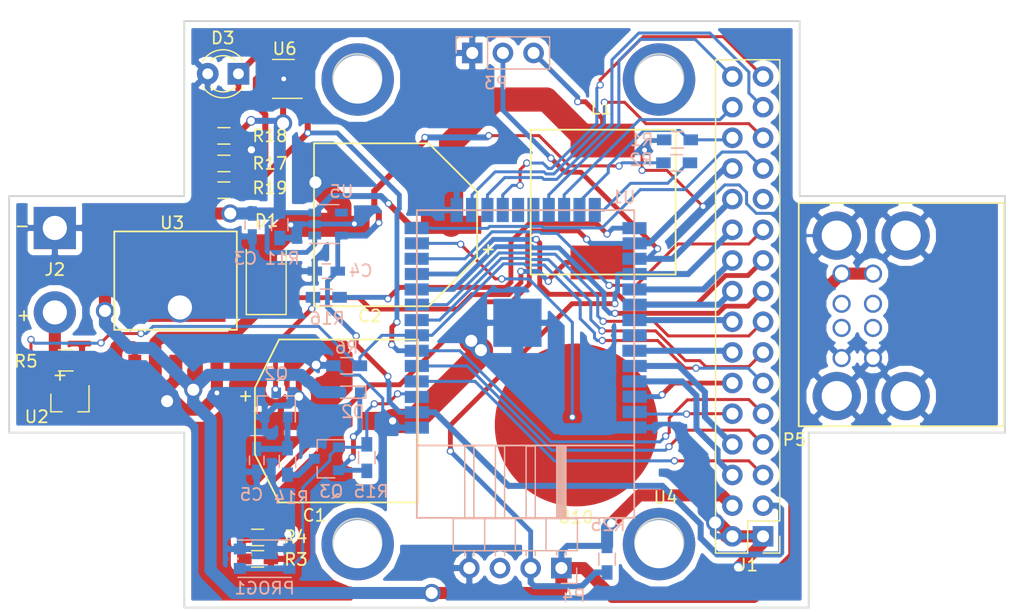
<source format=kicad_pcb>
(kicad_pcb (version 4) (host pcbnew 4.0.6+dfsg1-1)
  (layers (0 F.Cu signal) (31 B.Cu signal) (34 B.Paste user) (35 F.Paste user) (36 B.SilkS user) (37 F.SilkS user) (38 B.Mask user) (39 F.Mask user) (44 Edge.Cuts user))
  (net 0 "")
  (net 1 GND)
  (net 2 5V)
  (net 3 "Net-(C5-Pad2)")
  (net 4 "Net-(D1-Pad1)")
  (net 5 "Net-(D2-Pad1)")
  (net 6 "Net-(D3-Pad1)")
  (net 7 SENSOR_VP)
  (net 8 SENSOR_VN)
  (net 9 IO34)
  (net 10 IO35)
  (net 11 IO32)
  (net 12 IO33)
  (net 13 IO25)
  (net 14 IO26)
  (net 15 IO27)
  (net 16 IO14)
  (net 17 IO12)
  (net 18 IO13)
  (net 19 SD2)
  (net 20 SD3)
  (net 21 CMD)
  (net 22 CLK)
  (net 23 SD0)
  (net 24 SD1)
  (net 25 IO15)
  (net 26 IO2)
  (net 27 IO0)
  (net 28 IO4)
  (net 29 IO16)
  (net 30 IO17)
  (net 31 IO5)
  (net 32 IO18)
  (net 33 IO19)
  (net 34 IO21)
  (net 35 IO22)
  (net 36 IO23)
  (net 37 RXD)
  (net 38 TXD)
  (net 39 "Net-(P5-Pad6)")
  (net 40 "Net-(P5-Pad5)")
  (net 41 "Net-(P5-Pad3)")
  (net 42 "Net-(P5-Pad4)")
  (net 43 EN)
  (net 44 "Net-(Q2-Pad3)")
  (net 45 "Net-(Q3-Pad3)")
  (net 46 BATTERY)
  (net 47 "Net-(R17-Pad1)")
  (net 48 "Net-(U5-Pad4)")
  (net 49 "Net-(P4-Pad3)")
  (net 50 Vin)
  (net 51 3v3)
  (net 52 "Net-(J1-Pad23)")
  (module footprints:smd-cap-13.5 (layer F.Cu) (at 117.568 114.494 90)
    (fp_text reference C1 (at -4.076 0.922 180) (layer F.SilkS))
    (fp_text value 100uF)
    (fp_text user + (at 5.8 -4.85 90) (layer F.SilkS))
    (pad 2 smd rect (at 3.75 7.4 180) (size 5 1.5) (layers F.Cu F.Paste F.Mask) (net 1 GND))
    (pad 1 smd rect (at 3.75 -1.85 180) (size 5 1.5) (layers F.Cu F.Paste F.Mask) (net 50 Vin))
  )
  (module footprints:PIR-SR501 (layer B.Cu) (at 134.41 92.1)
    (fp_text reference P3 (at -0.9 -9.35 180) (layer B.SilkS) (effects (justify mirror)))
    (fp_text value CONN_01X03)
    (pad 1 thru_hole rect (at -2.85 -11.85 270) (size 1.7 1.7) (drill 1) (layers *.Cu *.Mask) (net 1 GND))
    (pad 2 thru_hole oval (at -0.31 -11.85 270) (size 1.7 1.7) (drill 1) (layers *.Cu *.Mask) (net 29 IO16))
    (pad 3 thru_hole oval (at 2.23 -11.85 270) (size 1.7 1.7) (drill 1) (layers *.Cu *.Mask) (net 2 5V))
  )
  (module footprints:Current_sense-ZXCT1107 (layer F.Cu) (at 98.25 109.225 270)
    (fp_text reference U2 (at 1.175 2.75 540) (layer F.SilkS))
    (fp_text value ZXCT1107)
    (fp_text user + (at -2.25 0.9 270) (layer F.SilkS))
    (pad 2 smd rect (at -1 -0.95 270) (size 0.9 0.8) (layers F.Cu F.Paste F.Mask) (net 50 Vin))
    (pad 3 smd rect (at -1 0.95 270) (size 0.9 0.8) (layers F.Cu F.Paste F.Mask) (net 46 BATTERY))
    (pad 1 smd rect (at 1 0 270) (size 0.9 0.8) (layers F.Cu F.Paste F.Mask) (net 10 IO35))
  )
  (module Pin_Headers:Pin_Header_Straight_2x16_Pitch2.54mm (layer F.Cu) (at 155.638 120.304 180)
    (fp_text reference J1 (at 1.27 -2.39 180) (layer F.SilkS))
    (fp_text value CONN_02X16)
    (pad 1 thru_hole rect (at 0 0 180) (size 1.7 1.7) (drill 1) (layers *.Cu *.Mask) (net 1 GND))
    (pad 2 thru_hole oval (at 2.54 0 180) (size 1.7 1.7) (drill 1) (layers *.Cu *.Mask) (net 1 GND))
    (pad 3 thru_hole oval (at 0 2.54 180) (size 1.7 1.7) (drill 1) (layers *.Cu *.Mask) (net 51 3v3))
    (pad 4 thru_hole oval (at 2.54 2.54 180) (size 1.7 1.7) (drill 1) (layers *.Cu *.Mask) (net 2 5V))
    (pad 5 thru_hole oval (at 0 5.08 180) (size 1.7 1.7) (drill 1) (layers *.Cu *.Mask) (net 7 SENSOR_VP))
    (pad 6 thru_hole oval (at 2.54 5.08 180) (size 1.7 1.7) (drill 1) (layers *.Cu *.Mask) (net 38 TXD))
    (pad 7 thru_hole oval (at 0 7.62 180) (size 1.7 1.7) (drill 1) (layers *.Cu *.Mask) (net 8 SENSOR_VN))
    (pad 8 thru_hole oval (at 2.54 7.62 180) (size 1.7 1.7) (drill 1) (layers *.Cu *.Mask) (net 37 RXD))
    (pad 9 thru_hole oval (at 0 10.16 180) (size 1.7 1.7) (drill 1) (layers *.Cu *.Mask) (net 9 IO34))
    (pad 10 thru_hole oval (at 2.54 10.16 180) (size 1.7 1.7) (drill 1) (layers *.Cu *.Mask) (net 36 IO23))
    (pad 11 thru_hole oval (at 0 12.7 180) (size 1.7 1.7) (drill 1) (layers *.Cu *.Mask) (net 10 IO35))
    (pad 12 thru_hole oval (at 2.54 12.7 180) (size 1.7 1.7) (drill 1) (layers *.Cu *.Mask) (net 35 IO22))
    (pad 13 thru_hole oval (at 0 15.24 180) (size 1.7 1.7) (drill 1) (layers *.Cu *.Mask) (net 11 IO32))
    (pad 14 thru_hole oval (at 2.54 15.24 180) (size 1.7 1.7) (drill 1) (layers *.Cu *.Mask) (net 34 IO21))
    (pad 15 thru_hole oval (at 0 17.78 180) (size 1.7 1.7) (drill 1) (layers *.Cu *.Mask) (net 12 IO33))
    (pad 16 thru_hole oval (at 2.54 17.78 180) (size 1.7 1.7) (drill 1) (layers *.Cu *.Mask) (net 33 IO19))
    (pad 17 thru_hole oval (at 0 20.32 180) (size 1.7 1.7) (drill 1) (layers *.Cu *.Mask) (net 13 IO25))
    (pad 18 thru_hole oval (at 2.54 20.32 180) (size 1.7 1.7) (drill 1) (layers *.Cu *.Mask) (net 32 IO18))
    (pad 19 thru_hole oval (at 0 22.86 180) (size 1.7 1.7) (drill 1) (layers *.Cu *.Mask) (net 14 IO26))
    (pad 20 thru_hole oval (at 2.54 22.86 180) (size 1.7 1.7) (drill 1) (layers *.Cu *.Mask) (net 31 IO5))
    (pad 21 thru_hole oval (at 0 25.4 180) (size 1.7 1.7) (drill 1) (layers *.Cu *.Mask) (net 15 IO27))
    (pad 22 thru_hole oval (at 2.54 25.4 180) (size 1.7 1.7) (drill 1) (layers *.Cu *.Mask) (net 30 IO17))
    (pad 23 thru_hole oval (at 0 27.94 180) (size 1.7 1.7) (drill 1) (layers *.Cu *.Mask) (net 52 "Net-(J1-Pad23)"))
    (pad 24 thru_hole oval (at 2.54 27.94 180) (size 1.7 1.7) (drill 1) (layers *.Cu *.Mask) (net 29 IO16))
    (pad 25 thru_hole oval (at 0 30.48 180) (size 1.7 1.7) (drill 1) (layers *.Cu *.Mask) (net 17 IO12))
    (pad 26 thru_hole oval (at 2.54 30.48 180) (size 1.7 1.7) (drill 1) (layers *.Cu *.Mask) (net 28 IO4))
    (pad 27 thru_hole oval (at 0 33.02 180) (size 1.7 1.7) (drill 1) (layers *.Cu *.Mask) (net 18 IO13))
    (pad 28 thru_hole oval (at 2.54 33.02 180) (size 1.7 1.7) (drill 1) (layers *.Cu *.Mask) (net 25 IO15))
    (pad 29 thru_hole oval (at 0 35.56 180) (size 1.7 1.7) (drill 1) (layers *.Cu *.Mask) (net 19 SD2))
    (pad 30 thru_hole oval (at 2.54 35.56 180) (size 1.7 1.7) (drill 1) (layers *.Cu *.Mask) (net 24 SD1))
    (pad 31 thru_hole oval (at 0 38.1 180) (size 1.7 1.7) (drill 1) (layers *.Cu *.Mask) (net 20 SD3))
    (pad 32 thru_hole oval (at 2.54 38.1 180) (size 1.7 1.7) (drill 1) (layers *.Cu *.Mask) (net 23 SD0))
  )
  (module footprints:Regulator-LM2576 (layer F.Cu) (at 106.52 99.69 270)
    (fp_text reference U3 (at -5.36 -0.19 360) (layer F.SilkS))
    (fp_text value LM2576)
    (pad 5 smd rect (at 6.65 -3.9 270) (size 2.16 1.07) (layers F.Cu F.Paste F.Mask) (net 1 GND))
    (pad 4 smd rect (at 6.65 -2.2 270) (size 2.16 1.07) (layers F.Cu F.Paste F.Mask) (net 2 5V))
    (pad 2 smd rect (at 6.65 1.2 270) (size 2.16 1.07) (layers F.Cu F.Paste F.Mask) (net 4 "Net-(D1-Pad1)"))
    (pad 3 smd rect (at 6.65 -0.5 270) (size 2.16 1.07) (layers F.Cu F.Paste F.Mask) (net 1 GND))
    (pad 1 smd rect (at 6.65 2.9 270) (size 2.16 1.07) (layers F.Cu F.Paste F.Mask) (net 50 Vin))
    (pad 3 smd rect (at -0.65 -0.45 270) (size 6.99 8.33) (layers F.Cu F.Paste F.Mask) (net 1 GND))
  )
  (module TO_SOT_Packages_SMD:SOT-23-5 (layer F.Cu) (at 115.925 82.4 180)
    (fp_text reference U6 (at -0.1 2.5 180) (layer F.SilkS))
    (fp_text value OPA344)
    (pad 1 smd rect (at -1.1 -0.95 180) (size 1.06 0.65) (layers F.Cu F.Paste F.Mask) (net 9 IO34))
    (pad 2 smd rect (at -1.1 0 180) (size 1.06 0.65) (layers F.Cu F.Paste F.Mask) (net 1 GND))
    (pad 3 smd rect (at -1.1 0.95 180) (size 1.06 0.65) (layers F.Cu F.Paste F.Mask) (net 6 "Net-(D3-Pad1)"))
    (pad 4 smd rect (at 1.1 0.95 180) (size 1.06 0.65) (layers F.Cu F.Paste F.Mask) (net 47 "Net-(R17-Pad1)"))
    (pad 5 smd rect (at 1.1 -0.95 180) (size 1.06 0.65) (layers F.Cu F.Paste F.Mask) (net 2 5V))
  )
  (module TO_SOT_Packages_SMD:SOT-23 (layer B.Cu) (at 115.33 109.43 90)
    (fp_text reference Q2 (at 2.6 0 360) (layer B.SilkS) (effects (justify mirror)))
    (fp_text value Q_NMOS_GSD)
    (pad 1 smd rect (at -1 0.95 90) (size 0.9 0.8) (layers B.Cu B.Paste B.Mask) (net 3 "Net-(C5-Pad2)"))
    (pad 2 smd rect (at -1 -0.95 90) (size 0.9 0.8) (layers B.Cu B.Paste B.Mask) (net 1 GND))
    (pad 3 smd rect (at 1 0 90) (size 0.9 0.8) (layers B.Cu B.Paste B.Mask) (net 44 "Net-(Q2-Pad3)"))
  )
  (module footprints:smd-cap-13.5 (layer F.Cu) (at 127.96 90.74 270)
    (fp_text reference C2 (at 11.31 4.88 360) (layer F.SilkS))
    (fp_text value 1000uF)
    (fp_text user + (at 5.8 -4.85 270) (layer F.SilkS))
    (pad 2 smd rect (at 3.75 7.4) (size 5 1.5) (layers F.Cu F.Paste F.Mask) (net 1 GND))
    (pad 1 smd rect (at 3.75 -1.85) (size 5 1.5) (layers F.Cu F.Paste F.Mask) (net 2 5V))
  )
  (module Capacitors_SMD:C_0603_HandSoldering (layer B.Cu) (at 113.348 94.50469 270)
    (fp_text reference C3 (at 2.77731 0.572 540) (layer B.SilkS) (effects (justify mirror)))
    (fp_text value 1uF)
    (pad 1 smd rect (at -0.95 0 270) (size 1.2 0.75) (layers B.Cu B.Paste B.Mask) (net 2 5V))
    (pad 2 smd rect (at 0.95 0 270) (size 1.2 0.75) (layers B.Cu B.Paste B.Mask) (net 1 GND))
  )
  (module Capacitors_SMD:C_0603_HandSoldering (layer B.Cu) (at 119.473 98.32969 180)
    (fp_text reference C4 (at -2.865 0.03169 180) (layer B.SilkS) (effects (justify mirror)))
    (fp_text value 1uF)
    (pad 1 smd rect (at -0.95 0 180) (size 1.2 0.75) (layers B.Cu B.Paste B.Mask) (net 51 3v3))
    (pad 2 smd rect (at 0.95 0 180) (size 1.2 0.75) (layers B.Cu B.Paste B.Mask) (net 1 GND))
  )
  (module Capacitors_SMD:C_0603_HandSoldering (layer B.Cu) (at 113.718 114.009 90)
    (fp_text reference C5 (at -2.831 -0.434 360) (layer B.SilkS) (effects (justify mirror)))
    (fp_text value 4.7uF)
    (pad 1 smd rect (at -0.95 0 90) (size 1.2 0.75) (layers B.Cu B.Paste B.Mask) (net 1 GND))
    (pad 2 smd rect (at 0.95 0 90) (size 1.2 0.75) (layers B.Cu B.Paste B.Mask) (net 3 "Net-(C5-Pad2)"))
  )
  (module Diodes_SMD:D_SMA (layer F.Cu) (at 114.5 98.53 90)
    (fp_text reference D1 (at 4.39 0.03 180) (layer F.SilkS))
    (fp_text value D_Schottky)
    (pad 1 smd rect (at -2 0 90) (size 2.5 1.8) (layers F.Cu F.Paste F.Mask) (net 4 "Net-(D1-Pad1)"))
    (pad 2 smd rect (at 2 0 90) (size 2.5 1.8) (layers F.Cu F.Paste F.Mask) (net 1 GND))
  )
  (module LEDs:LED_0603 (layer B.Cu) (at 121.45 108.36 180)
    (fp_text reference D2 (at -0.216 -1.622 180) (layer B.SilkS) (effects (justify mirror)))
    (fp_text value LED)
    (pad 2 smd rect (at 0.8 0) (size 0.8 0.8) (layers B.Cu B.Paste B.Mask) (net 2 5V))
    (pad 1 smd rect (at -0.8 0) (size 0.8 0.8) (layers B.Cu B.Paste B.Mask) (net 5 "Net-(D2-Pad1)"))
  )
  (module LEDs:LED_D3.0mm (layer F.Cu) (at 112.2 81.975 180)
    (fp_text reference D3 (at 1.294 2.964 360) (layer F.SilkS))
    (fp_text value LED)
    (pad 1 thru_hole rect (at 0 0 180) (size 1.8 1.8) (drill 0.9) (layers *.Cu *.Mask) (net 6 "Net-(D3-Pad1)"))
    (pad 2 thru_hole circle (at 2.54 0 180) (size 1.8 1.8) (drill 0.9) (layers *.Cu *.Mask) (net 1 GND))
  )
  (module footprints:USB_A_2 (layer F.Cu) (at 170.593 106.184 90)
    (fp_text reference P5 (at -6.12 -12.351 180) (layer F.SilkS))
    (fp_text value USB_A_2)
    (pad 7 thru_hole circle (at 10.8 -8.85 90) (size 4 4) (drill 2.5) (layers *.Cu *.Mask) (net 1 GND))
    (pad 7 thru_hole circle (at 10.8 -3.15 90) (size 4 4) (drill 2.5) (layers *.Cu *.Mask) (net 1 GND))
    (pad 7 thru_hole circle (at -2.5 -8.85 90) (size 4 4) (drill 2.5) (layers *.Cu *.Mask) (net 1 GND))
    (pad 7 thru_hole circle (at -2.5 -3.15 90) (size 4 4) (drill 2.5) (layers *.Cu *.Mask) (net 1 GND))
    (pad 1 thru_hole circle (at 0.65 -5.85 90) (size 1.5 1.5) (drill 1.1) (layers *.Cu *.Mask) (net 1 GND))
    (pad 6 thru_hole circle (at 3.15 -5.85 90) (size 1.5 1.5) (drill 1.1) (layers *.Cu *.Mask) (net 39 "Net-(P5-Pad6)"))
    (pad 2 thru_hole circle (at 7.65 -5.85 90) (size 1.5 1.5) (drill 1.1) (layers *.Cu *.Mask) (net 2 5V))
    (pad 5 thru_hole circle (at 5.15 -5.85 90) (size 1.5 1.5) (drill 1.1) (layers *.Cu *.Mask) (net 40 "Net-(P5-Pad5)"))
    (pad 2 thru_hole circle (at 7.65 -8.45 90) (size 1.5 1.5) (drill 1.1) (layers *.Cu *.Mask) (net 2 5V))
    (pad 3 thru_hole circle (at 5.15 -8.45 90) (size 1.5 1.5) (drill 1.1) (layers *.Cu *.Mask) (net 41 "Net-(P5-Pad3)"))
    (pad 4 thru_hole circle (at 3.15 -8.45 90) (size 1.5 1.5) (drill 1.1) (layers *.Cu *.Mask) (net 42 "Net-(P5-Pad4)"))
    (pad 1 thru_hole circle (at 0.65 -8.45 90) (size 1.5 1.5) (drill 1.1) (layers *.Cu *.Mask) (net 1 GND))
  )
  (module Buttons_Switches_SMD:SW_SPST_KMR2 (layer B.Cu) (at 114.368 122.159)
    (fp_text reference PROG1 (at 0 2.45) (layer B.SilkS) (effects (justify mirror)))
    (fp_text value SW_PUSH)
    (pad 1 smd rect (at -2.05 0.8 270) (size 0.9 1) (layers B.Cu B.Paste B.Mask) (net 43 EN))
    (pad 2 smd rect (at -2.05 -0.8 270) (size 0.9 1) (layers B.Cu B.Paste B.Mask) (net 1 GND))
    (pad 1 smd rect (at 2.05 0.8 270) (size 0.9 1) (layers B.Cu B.Paste B.Mask) (net 43 EN))
    (pad 2 smd rect (at 2.05 -0.8 270) (size 0.9 1) (layers B.Cu B.Paste B.Mask) (net 1 GND))
  )
  (module TO_SOT_Packages_SMD:SOT-23 (layer B.Cu) (at 119.48 113.88 180)
    (fp_text reference Q3 (at -0.408 -2.706 180) (layer B.SilkS) (effects (justify mirror)))
    (fp_text value Q_PMOS_GSD)
    (pad 1 smd rect (at -1 0.95 180) (size 0.9 0.8) (layers B.Cu B.Paste B.Mask) (net 43 EN))
    (pad 2 smd rect (at -1 -0.95 180) (size 0.9 0.8) (layers B.Cu B.Paste B.Mask) (net 5 "Net-(D2-Pad1)"))
    (pad 3 smd rect (at 1 0 180) (size 0.9 0.8) (layers B.Cu B.Paste B.Mask) (net 45 "Net-(Q3-Pad3)"))
  )
  (module Resistors_SMD:R_0603_HandSoldering (layer B.Cu) (at 148.55 87.45 180)
    (fp_text reference R1 (at 2.964 0 180) (layer B.SilkS) (effects (justify mirror)))
    (fp_text value 10K)
    (pad 1 smd rect (at -1.1 0 180) (size 1.2 0.9) (layers B.Cu B.Paste B.Mask) (net 25 IO15))
    (pad 2 smd rect (at 1.1 0 180) (size 1.2 0.9) (layers B.Cu B.Paste B.Mask) (net 1 GND))
  )
  (module Resistors_SMD:R_0603_HandSoldering (layer B.Cu) (at 148.488 89.354)
    (fp_text reference R2 (at -2.95 -0.254) (layer B.SilkS) (effects (justify mirror)))
    (fp_text value 10K)
    (pad 1 smd rect (at -1.1 0) (size 1.2 0.9) (layers B.Cu B.Paste B.Mask) (net 51 3v3))
    (pad 2 smd rect (at 1.1 0) (size 1.2 0.9) (layers B.Cu B.Paste B.Mask) (net 26 IO2))
  )
  (module Resistors_SMD:R_0603_HandSoldering (layer F.Cu) (at 113.792 122.174 180)
    (fp_text reference R3 (at -3.175 -0.05 180) (layer F.SilkS))
    (fp_text value 100K)
    (pad 1 smd rect (at -1.1 0 180) (size 1.2 0.9) (layers F.Cu F.Paste F.Mask) (net 50 Vin))
    (pad 2 smd rect (at 1.1 0 180) (size 1.2 0.9) (layers F.Cu F.Paste F.Mask) (net 28 IO4))
  )
  (module Resistors_SMD:R_0603_HandSoldering (layer F.Cu) (at 113.792 120.396 180)
    (fp_text reference R4 (at -3.15 0.05 180) (layer F.SilkS))
    (fp_text value 25K)
    (pad 1 smd rect (at -1.1 0 180) (size 1.2 0.9) (layers F.Cu F.Paste F.Mask) (net 1 GND))
    (pad 2 smd rect (at 1.1 0 180) (size 1.2 0.9) (layers F.Cu F.Paste F.Mask) (net 28 IO4))
  )
  (module Resistors_SMD:R_0805_HandSoldering (layer F.Cu) (at 97.9 105.725)
    (fp_text reference R5 (at -3.3 0.075 180) (layer F.SilkS))
    (fp_text value 50m)
    (pad 1 smd rect (at -1.35 0) (size 1.5 1.3) (layers F.Cu F.Paste F.Mask) (net 46 BATTERY))
    (pad 2 smd rect (at 1.35 0) (size 1.5 1.3) (layers F.Cu F.Paste F.Mask) (net 50 Vin))
  )
  (module Resistors_SMD:R_0603_HandSoldering (layer B.Cu) (at 121.158 106.172)
    (fp_text reference R6 (at 0 -1.524 180) (layer B.SilkS) (effects (justify mirror)))
    (fp_text value 5K)
    (pad 1 smd rect (at -1.1 0) (size 1.2 0.9) (layers B.Cu B.Paste B.Mask) (net 1 GND))
    (pad 2 smd rect (at 1.1 0) (size 1.2 0.9) (layers B.Cu B.Paste B.Mask) (net 10 IO35))
  )
  (module Resistors_SMD:R_0603_HandSoldering (layer B.Cu) (at 115.623 94.47969 90)
    (fp_text reference R11 (at -2.80231 0.201 360) (layer B.SilkS) (effects (justify mirror)))
    (fp_text value 10K)
    (pad 1 smd rect (at -1.1 0 90) (size 1.2 0.9) (layers B.Cu B.Paste B.Mask) (net 1 GND))
    (pad 2 smd rect (at 1.1 0 90) (size 1.2 0.9) (layers B.Cu B.Paste B.Mask) (net 2 5V))
  )
  (module Resistors_SMD:R_0603_HandSoldering (layer B.Cu) (at 116.26 114.1 90)
    (fp_text reference R14 (at -2.994 0.326 360) (layer B.SilkS) (effects (justify mirror)))
    (fp_text value 1K)
    (pad 1 smd rect (at -1.1 0 90) (size 1.2 0.9) (layers B.Cu B.Paste B.Mask) (net 45 "Net-(Q3-Pad3)"))
    (pad 2 smd rect (at 1.1 0 90) (size 1.2 0.9) (layers B.Cu B.Paste B.Mask) (net 3 "Net-(C5-Pad2)"))
  )
  (module Resistors_SMD:R_0603_HandSoldering (layer B.Cu) (at 122.83 113.78 90)
    (fp_text reference R15 (at -2.806 0.36 360) (layer B.SilkS) (effects (justify mirror)))
    (fp_text value 1K)
    (pad 1 smd rect (at -1.1 0 90) (size 1.2 0.9) (layers B.Cu B.Paste B.Mask) (net 5 "Net-(D2-Pad1)"))
    (pad 2 smd rect (at 1.1 0 90) (size 1.2 0.9) (layers B.Cu B.Paste B.Mask) (net 43 EN))
  )
  (module Resistors_SMD:R_0603_HandSoldering (layer B.Cu) (at 119.475 100.5 180)
    (fp_text reference R16 (at -0.075 -1.75 180) (layer B.SilkS) (effects (justify mirror)))
    (fp_text value 1K)
    (pad 1 smd rect (at -1.1 0 180) (size 1.2 0.9) (layers B.Cu B.Paste B.Mask) (net 27 IO0))
    (pad 2 smd rect (at 1.1 0 180) (size 1.2 0.9) (layers B.Cu B.Paste B.Mask) (net 44 "Net-(Q2-Pad3)"))
  )
  (module Resistors_SMD:R_0603_HandSoldering (layer F.Cu) (at 110.998 89.408)
    (fp_text reference R17 (at 3.81 0 180) (layer F.SilkS))
    (fp_text value 22K)
    (pad 1 smd rect (at -1.1 0) (size 1.2 0.9) (layers F.Cu F.Paste F.Mask) (net 47 "Net-(R17-Pad1)"))
    (pad 2 smd rect (at 1.1 0) (size 1.2 0.9) (layers F.Cu F.Paste F.Mask) (net 1 GND))
  )
  (module Resistors_SMD:R_0603_HandSoldering (layer F.Cu) (at 110.998 87.122)
    (fp_text reference R18 (at 3.81 0) (layer F.SilkS))
    (fp_text value 1M)
    (pad 1 smd rect (at -1.1 0) (size 1.2 0.9) (layers F.Cu F.Paste F.Mask) (net 6 "Net-(D3-Pad1)"))
    (pad 2 smd rect (at 1.1 0) (size 1.2 0.9) (layers F.Cu F.Paste F.Mask) (net 2 5V))
  )
  (module Resistors_SMD:R_0603_HandSoldering (layer F.Cu) (at 110.998 91.62)
    (fp_text reference R19 (at 3.81 -0.18 180) (layer F.SilkS))
    (fp_text value 180K)
    (pad 1 smd rect (at -1.1 0) (size 1.2 0.9) (layers F.Cu F.Paste F.Mask) (net 47 "Net-(R17-Pad1)"))
    (pad 2 smd rect (at 1.1 0) (size 1.2 0.9) (layers F.Cu F.Paste F.Mask) (net 9 IO34))
  )
  (module Resistors_SMD:R_0603_HandSoldering (layer B.Cu) (at 142.725 122.2 90)
    (fp_text reference R25 (at 2.85 0.075 180) (layer B.SilkS) (effects (justify mirror)))
    (fp_text value 10K)
    (pad 1 smd rect (at -1.1 0 90) (size 1.2 0.9) (layers B.Cu B.Paste B.Mask) (net 30 IO17))
    (pad 2 smd rect (at 1.1 0 90) (size 1.2 0.9) (layers B.Cu B.Paste B.Mask) (net 2 5V))
  )
  (module footprints:ESP-WROOM-32 (layer B.Cu) (at 126.97388 110.0268)
    (fp_text reference U1 (at 17.1026 -17.8308) (layer B.SilkS) (effects (justify mirror)))
    (fp_text value ESP-WROOM-32)
    (pad 3 smd rect (at 0 -1.27) (size 2 1) (layers B.Cu B.Paste B.Mask) (net 43 EN))
    (pad 36 smd rect (at 18.034 -1.298) (size 2 1) (layers B.Cu B.Paste B.Mask) (net 35 IO22))
    (pad 23 smd rect (at 13.462 -16.764) (size 1 2) (layers B.Cu B.Paste B.Mask) (net 25 IO15))
    (pad 24 smd rect (at 14.732 -16.764) (size 1 2) (layers B.Cu B.Paste B.Mask) (net 26 IO2))
    (pad 19 smd rect (at 8.382 -16.764) (size 1 2) (layers B.Cu B.Paste B.Mask) (net 21 CMD))
    (pad 20 smd rect (at 9.652 -16.764) (size 1 2) (layers B.Cu B.Paste B.Mask) (net 22 CLK))
    (pad 22 smd rect (at 12.192 -16.764) (size 1 2) (layers B.Cu B.Paste B.Mask) (net 24 SD1))
    (pad 21 smd rect (at 10.922 -16.764) (size 1 2) (layers B.Cu B.Paste B.Mask) (net 23 SD0))
    (pad 17 smd rect (at 5.842 -16.764) (size 1 2) (layers B.Cu B.Paste B.Mask) (net 19 SD2))
    (pad 18 smd rect (at 7.112 -16.764) (size 1 2) (layers B.Cu B.Paste B.Mask) (net 20 SD3))
    (pad 16 smd rect (at 4.572 -16.764) (size 1 2) (layers B.Cu B.Paste B.Mask) (net 18 IO13))
    (pad 1 smd rect (at 3.302 -16.764) (size 1 2) (layers B.Cu B.Paste B.Mask) (net 1 GND))
    (pad 1 smd rect (at 18.018 1.25) (size 2 1) (layers B.Cu B.Paste B.Mask) (net 1 GND))
    (pad 37 smd rect (at 18.034 -0.028) (size 2 1) (layers B.Cu B.Paste B.Mask) (net 36 IO23))
    (pad 34 smd rect (at 18.034 -3.838) (size 2 1) (layers B.Cu B.Paste B.Mask) (net 37 RXD))
    (pad 35 smd rect (at 18.018 -2.56) (size 2 1) (layers B.Cu B.Paste B.Mask) (net 38 TXD))
    (pad 31 smd rect (at 18.018 -7.64) (size 2 1) (layers B.Cu B.Paste B.Mask) (net 33 IO19))
    (pad 30 smd rect (at 18.034 -8.918) (size 2 1) (layers B.Cu B.Paste B.Mask) (net 32 IO18))
    (pad 32 smd rect (at 18.034 -6.378) (size 2 1) (layers B.Cu B.Paste B.Mask))
    (pad 33 smd rect (at 18.018 -5.1) (size 2 1) (layers B.Cu B.Paste B.Mask) (net 34 IO21))
    (pad 25 smd rect (at 18.018 -15.26) (size 2 1) (layers B.Cu B.Paste B.Mask) (net 27 IO0))
    (pad 27 smd rect (at 18.018 -12.72) (size 2 1) (layers B.Cu B.Paste B.Mask) (net 29 IO16))
    (pad 26 smd rect (at 18.034 -13.998) (size 2 1) (layers B.Cu B.Paste B.Mask) (net 28 IO4))
    (pad 28 smd rect (at 18.034 -11.458) (size 2 1) (layers B.Cu B.Paste B.Mask) (net 30 IO17))
    (pad 29 smd rect (at 18.018 -10.18) (size 2 1) (layers B.Cu B.Paste B.Mask) (net 31 IO5))
    (pad 10 smd rect (at -0.016 -10.18) (size 2 1) (layers B.Cu B.Paste B.Mask) (net 13 IO25))
    (pad 11 smd rect (at 0 -11.458) (size 2 1) (layers B.Cu B.Paste B.Mask) (net 14 IO26))
    (pad 13 smd rect (at 0 -13.998) (size 2 1) (layers B.Cu B.Paste B.Mask) (net 16 IO14))
    (pad 12 smd rect (at -0.016 -12.72) (size 2 1) (layers B.Cu B.Paste B.Mask) (net 15 IO27))
    (pad 14 smd rect (at -0.016 -15.26) (size 2 1) (layers B.Cu B.Paste B.Mask) (net 17 IO12))
    (pad 6 smd rect (at -0.016 -5.1) (size 2 1) (layers B.Cu B.Paste B.Mask) (net 9 IO34))
    (pad 7 smd rect (at 0 -6.378) (size 2 1) (layers B.Cu B.Paste B.Mask) (net 10 IO35))
    (pad 9 smd rect (at 0 -8.918) (size 2 1) (layers B.Cu B.Paste B.Mask) (net 12 IO33))
    (pad 8 smd rect (at -0.016 -7.64) (size 2 1) (layers B.Cu B.Paste B.Mask) (net 11 IO32))
    (pad 4 smd rect (at -0.016 -2.56) (size 2 1) (layers B.Cu B.Paste B.Mask) (net 7 SENSOR_VP))
    (pad 5 smd rect (at 0 -3.838) (size 2 1) (layers B.Cu B.Paste B.Mask) (net 8 SENSOR_VN))
    (pad 2 smd rect (at 0 0) (size 2 1) (layers B.Cu B.Paste B.Mask) (net 51 3v3))
    (pad 1 smd rect (at 0 1.27) (size 2 1) (layers B.Cu B.Paste B.Mask) (net 1 GND))
    (pad 1 smd rect (at 8.32612 -7.4168) (size 4 4) (layers B.Cu B.Paste B.Mask) (net 1 GND))
  )
  (module TO_SOT_Packages_SMD:SOT-23-5 (layer B.Cu) (at 119.623 94.42969)
    (fp_text reference U5 (at 1.1 -2.7) (layer B.SilkS) (effects (justify mirror)))
    (fp_text value SPX3819)
    (pad 1 smd rect (at -1.1 0.95) (size 1.06 0.65) (layers B.Cu B.Paste B.Mask) (net 2 5V))
    (pad 2 smd rect (at -1.1 0) (size 1.06 0.65) (layers B.Cu B.Paste B.Mask) (net 1 GND))
    (pad 3 smd rect (at -1.1 -0.95) (size 1.06 0.65) (layers B.Cu B.Paste B.Mask) (net 2 5V))
    (pad 4 smd rect (at 1.1 -0.95) (size 1.06 0.65) (layers B.Cu B.Paste B.Mask) (net 48 "Net-(U5-Pad4)"))
    (pad 5 smd rect (at 1.1 0.95) (size 1.06 0.65) (layers B.Cu B.Paste B.Mask) (net 51 3v3))
  )
  (module footprints:Inductor-SRR1210 (layer F.Cu) (at 142.55 91.61 180)
    (fp_text reference L1 (at 0.31 6.774 180) (layer F.SilkS))
    (fp_text value 47uH)
    (pad 2 smd rect (at 0.2 4.1 180) (size 5.3 2.8) (layers F.Cu F.Paste F.Mask) (net 2 5V))
    (pad 1 smd rect (at 0.2 -6 180) (size 5.3 2.8) (layers F.Cu F.Paste F.Mask) (net 4 "Net-(D1-Pad1)"))
  )
  (module Pin_Headers:Pin_Header_Angled_1x04_Pitch2.54mm (layer B.Cu) (at 138.938 122.936 90)
    (fp_text reference P4 (at -2.296 1.03 180) (layer B.SilkS) (effects (justify mirror)))
    (fp_text value CONN_01X04)
    (pad 1 thru_hole rect (at 0 0 90) (size 1.7 1.7) (drill 1) (layers *.Cu *.Mask) (net 2 5V))
    (pad 2 thru_hole oval (at 0 -2.54 90) (size 1.7 1.7) (drill 1) (layers *.Cu *.Mask) (net 30 IO17))
    (pad 3 thru_hole oval (at 0 -5.08 90) (size 1.7 1.7) (drill 1) (layers *.Cu *.Mask) (net 49 "Net-(P4-Pad3)"))
    (pad 4 thru_hole oval (at 0 -7.62 90) (size 1.7 1.7) (drill 1) (layers *.Cu *.Mask) (net 1 GND))
  )
  (module footprints:battery_input (layer F.Cu) (at 98.1 99.45 180)
    (fp_text reference J2 (at 1.1 1.25 360) (layer F.SilkS))
    (fp_text value CONN_01X02)
    (fp_text user + (at 3.65 -2.5 180) (layer F.SilkS))
    (fp_text user - (at 3.8 4.9 180) (layer F.SilkS))
    (pad 1 thru_hole circle (at 1.1 -2.3 180) (size 3.5 3.5) (drill 2) (layers *.Cu *.Mask) (net 46 BATTERY))
    (pad 2 thru_hole rect (at 1.1 4.7 180) (size 3.5 3.5) (drill 2) (layers *.Cu *.Mask) (net 1 GND))
  )
  (module footprints:touch-pad (layer F.Cu) (at 140.175 111.075)
    (fp_text reference U10 (at -0.05 7.65) (layer F.SilkS))
    (fp_text value touchpad)
    (pad 1 smd circle (at 0 0) (size 13.5 13.5) (layers F.Cu F.Paste F.Mask) (net 16 IO14))
  )
  (module footprints:enclosure-25x38 (layer F.Cu) (at 122.125 82.4)
    (fp_text reference U4 (at 25.45 34.7) (layer F.SilkS))
    (fp_text value housing-mounts)
    (pad "" np_thru_hole circle (at -0.05 0.05) (size 6 6) (drill 4) (layers *.Cu *.Mask))
    (pad "" np_thru_hole circle (at 24.9 0.05) (size 6 6) (drill 4) (layers *.Cu *.Mask))
    (pad "" np_thru_hole circle (at 24.9 38.55) (size 6 6) (drill 4) (layers *.Cu *.Mask))
    (pad "" np_thru_hole circle (at -0.05 38.55) (size 6 6) (drill 4) (layers *.Cu *.Mask))
  )
  (gr_line (start 93.218 111.709) (end 93.218 92.109) (layer Edge.Cuts) (width 0.15))
  (gr_line (start 107.718 111.709) (end 107.718 126.209) (layer Edge.Cuts) (width 0.15))
  (gr_line (start 107.718 92.109) (end 93.218 92.109) (layer Edge.Cuts) (width 0.15))
  (gr_line (start 93.218 111.709) (end 107.718 111.709) (layer Edge.Cuts) (width 0.15))
  (gr_line (start 107.718 77.609) (end 107.718 92.109) (layer Edge.Cuts) (width 0.15))
  (gr_circle (center 147.040013 82.334) (end 145.059619 82.634) (layer Edge.Cuts) (width 0.15))
  (gr_circle (center 122.040013 82.334) (end 120.059619 82.634) (layer Edge.Cuts) (width 0.15))
  (gr_circle (center 122.040013 120.834) (end 120.059619 121.134) (layer Edge.Cuts) (width 0.15))
  (gr_circle (center 147.040013 120.834) (end 145.059619 121.134) (layer Edge.Cuts) (width 0.15))
  (gr_line (start 107.718 77.609) (end 158.668 77.609) (layer Edge.Cuts) (width 0.15))
  (gr_line (start 159.418 126.209) (end 159.418 111.709) (layer Edge.Cuts) (width 0.15))
  (gr_line (start 175.668 92.109) (end 175.668 111.709) (layer Edge.Cuts) (width 0.15))
  (gr_line (start 159.418 111.709) (end 175.668 111.709) (layer Edge.Cuts) (width 0.15))
  (gr_line (start 175.668 92.109) (end 158.668 92.109) (layer Edge.Cuts) (width 0.15))
  (gr_line (start 158.668 92.109) (end 158.668 77.609) (layer Edge.Cuts) (width 0.15))
  (gr_line (start 107.718 126.209) (end 159.418 126.209) (layer Edge.Cuts) (width 0.15))
  (segment (start 155.638 120.304) (end 155.638 120.812) (width 1) (layer F.Cu) (net 1))
  (via (at 153.575 122.875) (size 1) (drill 0.7) (layers F.Cu B.Cu) (net 1))
  (segment (start 155.638 120.812) (end 153.575 122.875) (width 1) (layer F.Cu) (net 1))
  (segment (start 118.523 94.42969) (end 116.611982 94.42969) (width 0.4) (layer B.Cu) (net 1))
  (via (at 116.545577 94.496095) (size 0.6) (drill 0.4) (layers F.Cu B.Cu) (net 1))
  (segment (start 116.611982 94.42969) (end 116.545577 94.496095) (width 0.4) (layer B.Cu) (net 1))
  (segment (start 118.523 94.42969) (end 121.782475 94.42969) (width 0.4) (layer B.Cu) (net 1))
  (segment (start 139 111.425) (end 135.3 107.725) (width 1) (layer B.Cu) (net 1))
  (segment (start 135.3 107.725) (end 135.3 102.61) (width 1) (layer B.Cu) (net 1))
  (segment (start 142.84368 111.425) (end 139 111.425) (width 1) (layer B.Cu) (net 1))
  (segment (start 142.99188 111.2768) (end 142.84368 111.425) (width 1) (layer B.Cu) (net 1))
  (segment (start 144.99188 111.2768) (end 142.99188 111.2768) (width 1) (layer B.Cu) (net 1))
  (segment (start 120.208 106.172) (end 120.058 106.172) (width 0.25) (layer B.Cu) (net 1))
  (segment (start 120.983001 106.947001) (end 120.208 106.172) (width 0.25) (layer B.Cu) (net 1))
  (segment (start 122.222003 106.947001) (end 120.983001 106.947001) (width 0.25) (layer B.Cu) (net 1))
  (segment (start 124.149988 108.874986) (end 122.222003 106.947001) (width 0.25) (layer B.Cu) (net 1))
  (segment (start 124.149988 109.925988) (end 124.149988 108.874986) (width 0.25) (layer B.Cu) (net 1))
  (segment (start 124.968 110.744) (end 124.149988 109.925988) (width 0.25) (layer B.Cu) (net 1))
  (segment (start 118.625 106.1) (end 119.986 106.1) (width 0.5) (layer B.Cu) (net 1))
  (segment (start 119.986 106.1) (end 120.058 106.172) (width 0.5) (layer B.Cu) (net 1))
  (segment (start 117.2 108.725) (end 117.2 107.525) (width 0.5) (layer F.Cu) (net 1))
  (segment (start 117.2 107.525) (end 118.625 106.1) (width 0.5) (layer F.Cu) (net 1))
  (via (at 118.625 106.1) (size 1) (drill 0.7) (layers F.Cu B.Cu) (net 1))
  (segment (start 116.445 109.48) (end 117.2 108.725) (width 0.5) (layer B.Cu) (net 1))
  (segment (start 114.38 110.43) (end 114.38 110.38) (width 0.5) (layer B.Cu) (net 1))
  (segment (start 115.28 109.48) (end 116.445 109.48) (width 0.5) (layer B.Cu) (net 1))
  (segment (start 114.38 110.38) (end 115.28 109.48) (width 0.5) (layer B.Cu) (net 1))
  (via (at 117.2 108.725) (size 1) (drill 0.7) (layers F.Cu B.Cu) (net 1))
  (segment (start 151.955969 119.161969) (end 151.667726 119.161969) (width 1) (layer F.Cu) (net 1))
  (segment (start 153.098 120.304) (end 151.955969 119.161969) (width 1) (layer F.Cu) (net 1))
  (segment (start 150.725001 118.200481) (end 151.667726 119.143206) (width 1) (layer B.Cu) (net 1))
  (segment (start 151.667726 119.143206) (end 151.667726 119.161969) (width 1) (layer B.Cu) (net 1))
  (via (at 151.667726 119.161969) (size 1.5) (drill 1) (layers F.Cu B.Cu) (net 1))
  (segment (start 150.725001 113.975001) (end 150.725001 118.200481) (width 1) (layer B.Cu) (net 1))
  (segment (start 109.66 81.975) (end 109.66 84.66) (width 0.5) (layer B.Cu) (net 1))
  (segment (start 109.66 84.66) (end 113.275 88.275) (width 0.5) (layer B.Cu) (net 1))
  (segment (start 117.025 82.4) (end 115.95 82.4) (width 0.5) (layer F.Cu) (net 1))
  (via (at 115.95 82.4) (size 0.6) (drill 0.4) (layers F.Cu B.Cu) (net 1))
  (segment (start 114.38 110.43) (end 112.43 110.43) (width 0.4) (layer B.Cu) (net 1))
  (via (at 110.42 108.42) (size 0.6) (drill 0.4) (layers F.Cu B.Cu) (net 1))
  (segment (start 112.43 110.43) (end 110.42 108.42) (width 0.4) (layer B.Cu) (net 1))
  (via (at 106.295761 109.104229) (size 1.5) (drill 1) (layers F.Cu B.Cu) (net 1))
  (segment (start 106.963396 109.104229) (end 106.295761 109.104229) (width 1) (layer F.Cu) (net 1))
  (segment (start 107.66685 109.807683) (end 106.963396 109.104229) (width 1) (layer F.Cu) (net 1))
  (segment (start 109.250852 109.807683) (end 107.66685 109.807683) (width 1) (layer F.Cu) (net 1))
  (segment (start 110.108852 108.949683) (end 109.250852 109.807683) (width 1) (layer F.Cu) (net 1))
  (segment (start 110.108852 108.731148) (end 110.108852 108.949683) (width 1) (layer F.Cu) (net 1))
  (segment (start 110.42 108.42) (end 110.108852 108.731148) (width 1) (layer F.Cu) (net 1))
  (segment (start 110.42 106.34) (end 110.42 108.42) (width 1) (layer F.Cu) (net 1))
  (segment (start 106.295761 108.043569) (end 106.295761 109.104229) (width 1) (layer F.Cu) (net 1))
  (segment (start 107.02 106.34) (end 107.02 107.31933) (width 1) (layer F.Cu) (net 1))
  (segment (start 107.02 107.31933) (end 106.295761 108.043569) (width 1) (layer F.Cu) (net 1))
  (segment (start 145.625 89.97901) (end 145.625 88.5) (width 0.25) (layer F.Cu) (net 1))
  (segment (start 145.625 88.5) (end 145.825 88.3) (width 0.25) (layer F.Cu) (net 1))
  (via (at 145.825 88.3) (size 0.6) (drill 0.4) (layers F.Cu B.Cu) (net 1))
  (segment (start 111.6 96.53) (end 107.35462 100.77538) (width 2) (layer F.Cu) (net 1))
  (segment (start 114.5 96.53) (end 111.6 96.53) (width 2) (layer F.Cu) (net 1))
  (segment (start 107.35462 100.77538) (end 107.35462 101.33899) (width 2) (layer F.Cu) (net 1))
  (via (at 107.35462 101.33899) (size 2.5) (drill 2) (layers F.Cu B.Cu) (net 1))
  (segment (start 147.67901 89.97901) (end 145.625 89.97901) (width 0.25) (layer F.Cu) (net 1))
  (segment (start 150.675 92.975) (end 147.67901 89.97901) (width 0.25) (layer F.Cu) (net 1))
  (via (at 145.625 89.97901) (size 0.6) (drill 0.4) (layers F.Cu B.Cu) (net 1))
  (segment (start 153.098 120.304) (end 152.546 120.304) (width 1) (layer F.Cu) (net 1))
  (segment (start 161.743 95.384) (end 158.914573 95.384) (width 0.25) (layer B.Cu) (net 1))
  (segment (start 158.914573 95.384) (end 157.069574 93.539001) (width 0.25) (layer B.Cu) (net 1))
  (segment (start 157.069574 93.539001) (end 155.073999 93.539001) (width 0.25) (layer B.Cu) (net 1))
  (segment (start 155.073999 93.539001) (end 154.273001 92.738003) (width 0.25) (layer B.Cu) (net 1))
  (segment (start 154.273001 92.738003) (end 154.273001 91.799999) (width 0.25) (layer B.Cu) (net 1))
  (segment (start 154.273001 91.799999) (end 153.662001 91.188999) (width 0.25) (layer B.Cu) (net 1))
  (segment (start 153.662001 91.188999) (end 152.461001 91.188999) (width 0.25) (layer B.Cu) (net 1))
  (segment (start 152.461001 91.188999) (end 150.675 92.975) (width 0.25) (layer B.Cu) (net 1))
  (via (at 150.675 92.975) (size 0.6) (drill 0.4) (layers F.Cu B.Cu) (net 1))
  (segment (start 147.45 87.45) (end 147.3 87.45) (width 0.25) (layer B.Cu) (net 1))
  (segment (start 153.098 120.304) (end 155.638 120.304) (width 1) (layer F.Cu) (net 1))
  (segment (start 132.279031 104.875894) (end 131.502809 104.099672) (width 2) (layer F.Cu) (net 1))
  (segment (start 131.502809 104.099672) (end 131.479142 104.099672) (width 2) (layer F.Cu) (net 1))
  (segment (start 126.718 110.744) (end 132.279031 105.182969) (width 2) (layer F.Cu) (net 1))
  (segment (start 124.968 110.744) (end 126.718 110.744) (width 2) (layer F.Cu) (net 1))
  (segment (start 132.279031 105.182969) (end 132.279031 104.875894) (width 2) (layer F.Cu) (net 1))
  (via (at 131.479142 104.099672) (size 1.5) (drill 1) (layers F.Cu B.Cu) (net 1))
  (via (at 132.279031 104.875894) (size 1.5) (drill 1) (layers F.Cu B.Cu) (net 1))
  (via (at 124.968 110.744) (size 0.8) (drill 0.6) (layers F.Cu B.Cu) (net 1))
  (segment (start 126.97388 111.2968) (end 125.5208 111.2968) (width 0.5) (layer B.Cu) (net 1))
  (segment (start 125.5208 111.2968) (end 124.968 110.744) (width 0.5) (layer B.Cu) (net 1))
  (segment (start 121.782475 94.42969) (end 121.802554 94.409611) (width 0.4) (layer B.Cu) (net 1))
  (via (at 121.802554 94.409611) (size 0.6) (drill 0.4) (layers F.Cu B.Cu) (net 1))
  (segment (start 120.56 94.49) (end 116.545577 94.496095) (width 2) (layer F.Cu) (net 1))
  (segment (start 116.545577 94.496095) (end 116.54 94.49) (width 2) (layer F.Cu) (net 1))
  (segment (start 120.56 94.49) (end 120.56 92.96) (width 2) (layer F.Cu) (net 1))
  (segment (start 120.56 92.96) (end 118.575 90.975) (width 2) (layer F.Cu) (net 1))
  (via (at 118.575 90.975) (size 1.5) (drill 1) (layers F.Cu B.Cu) (net 1))
  (segment (start 116.3 120.125) (end 116.3 121.241) (width 0.4) (layer B.Cu) (net 1))
  (segment (start 116.3 121.241) (end 116.418 121.359) (width 0.4) (layer B.Cu) (net 1))
  (segment (start 114.892 120.396) (end 116.029 120.396) (width 0.4) (layer F.Cu) (net 1))
  (segment (start 116.029 120.396) (end 116.3 120.125) (width 0.4) (layer F.Cu) (net 1))
  (via (at 116.3 120.125) (size 0.8) (drill 0.6) (layers F.Cu B.Cu) (net 1))
  (segment (start 112.318 121.359) (end 116.418 121.359) (width 0.5) (layer B.Cu) (net 1))
  (segment (start 116.54 94.49) (end 114.5 96.53) (width 2) (layer F.Cu) (net 1))
  (segment (start 112.142 89.408) (end 113.275 88.275) (width 0.4) (layer F.Cu) (net 1))
  (via (at 113.275 88.275) (size 0.8) (drill 0.6) (layers F.Cu B.Cu) (net 1))
  (segment (start 112.098 89.408) (end 112.142 89.408) (width 0.4) (layer F.Cu) (net 1))
  (segment (start 138.938 122.936) (end 140.788 122.936) (width 1) (layer F.Cu) (net 2))
  (segment (start 140.788 122.936) (end 143.177 125.325) (width 1) (layer F.Cu) (net 2))
  (segment (start 143.177 125.325) (end 154.875 125.325) (width 1) (layer F.Cu) (net 2))
  (segment (start 154.875 125.325) (end 158.225 121.975) (width 1) (layer F.Cu) (net 2))
  (segment (start 158.225 121.975) (end 158.225 102.452) (width 1) (layer F.Cu) (net 2))
  (segment (start 158.225 102.452) (end 162.143 98.534) (width 1) (layer F.Cu) (net 2))
  (segment (start 118.523 93.47969) (end 115.723 93.47969) (width 0.4) (layer B.Cu) (net 2))
  (segment (start 119.890402 92.112288) (end 118.548001 93.454689) (width 0.5) (layer B.Cu) (net 2))
  (segment (start 118.523 95.37969) (end 118.523 96.10469) (width 0.4) (layer B.Cu) (net 2))
  (segment (start 118.523 96.10469) (end 117.847999 96.779691) (width 0.4) (layer B.Cu) (net 2))
  (via (at 128.2 125) (size 1.5) (drill 1) (layers F.Cu B.Cu) (net 2))
  (segment (start 111.788998 125) (end 128.2 125) (width 1) (layer B.Cu) (net 2))
  (segment (start 117.952999 107.500001) (end 117.378009 106.925011) (width 1) (layer B.Cu) (net 2))
  (segment (start 118.047005 107.500001) (end 117.952999 107.500001) (width 1) (layer B.Cu) (net 2))
  (segment (start 109.691522 106.925011) (end 108.458851 108.157682) (width 1) (layer B.Cu) (net 2))
  (segment (start 117.378009 106.925011) (end 109.691522 106.925011) (width 1) (layer B.Cu) (net 2))
  (segment (start 118.907004 108.36) (end 118.047005 107.500001) (width 1) (layer B.Cu) (net 2))
  (segment (start 120.65 108.36) (end 118.907004 108.36) (width 1) (layer B.Cu) (net 2))
  (segment (start 143.075 119.225) (end 145.385999 116.914001) (width 1) (layer F.Cu) (net 2))
  (segment (start 145.385999 116.914001) (end 152.248001 116.914001) (width 1) (layer F.Cu) (net 2))
  (segment (start 152.248001 116.914001) (end 153.098 117.764) (width 1) (layer F.Cu) (net 2))
  (segment (start 142.725 121.1) (end 142.725 119.575) (width 1) (layer B.Cu) (net 2))
  (segment (start 142.725 119.575) (end 143.075 119.225) (width 1) (layer B.Cu) (net 2))
  (via (at 143.075 119.225) (size 1) (drill 0.7) (layers F.Cu B.Cu) (net 2))
  (segment (start 142.35 87.51) (end 142.35 85.71) (width 0.4) (layer F.Cu) (net 2))
  (segment (start 115.9 86.075) (end 115.9 84.425) (width 0.5) (layer F.Cu) (net 2))
  (segment (start 115.9 84.425) (end 114.825 83.35) (width 0.5) (layer F.Cu) (net 2))
  (segment (start 124.625 92.725) (end 126.39 94.49) (width 0.5) (layer F.Cu) (net 2))
  (segment (start 126.39 94.49) (end 129.81 94.49) (width 0.5) (layer F.Cu) (net 2))
  (segment (start 124.012288 92.112288) (end 124.625 92.725) (width 0.5) (layer B.Cu) (net 2))
  (segment (start 119.890402 92.112288) (end 124.012288 92.112288) (width 0.5) (layer B.Cu) (net 2))
  (via (at 124.625 92.725) (size 0.6) (drill 0.4) (layers F.Cu B.Cu) (net 2))
  (segment (start 105.00117 104.700001) (end 108.458851 108.157682) (width 1) (layer B.Cu) (net 2))
  (segment (start 109.9 123.061002) (end 109.875 123.086002) (width 1) (layer B.Cu) (net 2))
  (segment (start 108.458851 107.097022) (end 108.458851 108.157682) (width 1) (layer F.Cu) (net 2))
  (segment (start 108.458851 106.601149) (end 108.458851 107.097022) (width 1) (layer F.Cu) (net 2))
  (segment (start 108.72 106.34) (end 108.458851 106.601149) (width 1) (layer F.Cu) (net 2))
  (segment (start 103.164341 104.700001) (end 105.00117 104.700001) (width 1) (layer B.Cu) (net 2))
  (segment (start 101.15 102.68566) (end 103.164341 104.700001) (width 1) (layer B.Cu) (net 2))
  (segment (start 101.15 101.625) (end 101.15 102.68566) (width 1) (layer B.Cu) (net 2))
  (segment (start 108.458851 109.218342) (end 109.9 110.659491) (width 1) (layer B.Cu) (net 2))
  (via (at 108.458851 108.157682) (size 1.5) (drill 1) (layers F.Cu B.Cu) (net 2))
  (segment (start 108.458851 108.157682) (end 108.458851 109.218342) (width 1) (layer B.Cu) (net 2))
  (segment (start 109.9 110.659491) (end 109.9 123.061002) (width 1) (layer B.Cu) (net 2))
  (segment (start 109.875 123.086002) (end 111.788998 125) (width 1) (layer B.Cu) (net 2))
  (segment (start 136.64 80.25) (end 140.291629 83.901629) (width 0.4) (layer B.Cu) (net 2))
  (segment (start 140.931629 84.291629) (end 140.291629 84.291629) (width 0.4) (layer F.Cu) (net 2))
  (segment (start 140.291629 83.901629) (end 140.291629 84.291629) (width 0.4) (layer B.Cu) (net 2))
  (via (at 140.291629 84.291629) (size 0.6) (drill 0.4) (layers F.Cu B.Cu) (net 2))
  (segment (start 142.35 85.71) (end 140.931629 84.291629) (width 0.4) (layer F.Cu) (net 2))
  (segment (start 128.2 125) (end 138.724 125) (width 1) (layer F.Cu) (net 2))
  (segment (start 138.724 125) (end 138.938 124.786) (width 1) (layer F.Cu) (net 2))
  (segment (start 138.938 124.786) (end 138.938 122.936) (width 1) (layer F.Cu) (net 2))
  (segment (start 137.7 84.11) (end 141.1 87.51) (width 2) (layer F.Cu) (net 2))
  (segment (start 133.398996 84.11) (end 137.7 84.11) (width 2) (layer F.Cu) (net 2))
  (segment (start 129.81 87.698996) (end 133.398996 84.11) (width 2) (layer F.Cu) (net 2))
  (segment (start 129.81 94.49) (end 129.81 87.698996) (width 2) (layer F.Cu) (net 2))
  (segment (start 141.1 87.51) (end 142.35 87.51) (width 2) (layer F.Cu) (net 2))
  (segment (start 152.809001 117.475001) (end 153.098 117.764) (width 0.5) (layer F.Cu) (net 2))
  (segment (start 142.725 121.1) (end 142.725 120.95) (width 0.5) (layer B.Cu) (net 2))
  (segment (start 164.743 98.534) (end 162.143 98.534) (width 1) (layer F.Cu) (net 2))
  (segment (start 142.725 121.1) (end 139.424 121.1) (width 0.5) (layer B.Cu) (net 2))
  (segment (start 138.938 121.586) (end 138.938 122.936) (width 0.5) (layer B.Cu) (net 2))
  (segment (start 139.424 121.1) (end 138.938 121.586) (width 0.5) (layer B.Cu) (net 2))
  (segment (start 117.847999 96.779691) (end 114.692999 96.779691) (width 0.4) (layer B.Cu) (net 2))
  (segment (start 114.692999 96.779691) (end 114.572999 96.659691) (width 0.4) (layer B.Cu) (net 2))
  (segment (start 114.572999 96.659691) (end 114.572999 94.579691) (width 0.4) (layer B.Cu) (net 2))
  (segment (start 114.572999 94.579691) (end 115.623 93.52969) (width 0.4) (layer B.Cu) (net 2))
  (segment (start 115.623 93.52969) (end 115.623 93.37969) (width 0.4) (layer B.Cu) (net 2))
  (segment (start 118.523 95.37969) (end 118.318 95.37969) (width 0.4) (layer B.Cu) (net 2))
  (segment (start 111.525 93.55469) (end 113.348 93.55469) (width 1) (layer B.Cu) (net 2))
  (segment (start 101.15 101.625) (end 101.15 95.579998) (width 1) (layer F.Cu) (net 2))
  (segment (start 101.15 95.579998) (end 103.175308 93.55469) (width 1) (layer F.Cu) (net 2))
  (segment (start 103.175308 93.55469) (end 111.525 93.55469) (width 1) (layer F.Cu) (net 2))
  (via (at 111.525 93.55469) (size 1.5) (drill 1) (layers F.Cu B.Cu) (net 2))
  (via (at 101.15 101.625) (size 1.5) (drill 1) (layers F.Cu B.Cu) (net 2))
  (segment (start 113.348 93.55469) (end 113.218309 93.424999) (width 1) (layer B.Cu) (net 2))
  (segment (start 115.723 93.47969) (end 115.623 93.37969) (width 0.4) (layer B.Cu) (net 2))
  (segment (start 113.25 85.875) (end 115.7 85.875) (width 0.5) (layer B.Cu) (net 2))
  (segment (start 115.7 85.875) (end 115.9 86.075) (width 0.5) (layer B.Cu) (net 2))
  (segment (start 112.098 87.122) (end 112.098 87.027) (width 0.5) (layer F.Cu) (net 2))
  (segment (start 112.098 87.027) (end 113.25 85.875) (width 0.5) (layer F.Cu) (net 2))
  (via (at 113.25 85.875) (size 0.8) (drill 0.6) (layers F.Cu B.Cu) (net 2))
  (segment (start 115.623 93.37969) (end 115.623 86.352) (width 1) (layer B.Cu) (net 2))
  (segment (start 115.623 86.352) (end 115.9 86.075) (width 1) (layer B.Cu) (net 2))
  (via (at 115.9 86.075) (size 1.5) (drill 1) (layers F.Cu B.Cu) (net 2))
  (segment (start 113.348 93.55469) (end 115.448 93.55469) (width 1) (layer B.Cu) (net 2))
  (segment (start 115.448 93.55469) (end 115.623 93.37969) (width 1) (layer B.Cu) (net 2))
  (segment (start 116.26 113) (end 116.26 110.45) (width 0.5) (layer B.Cu) (net 3))
  (segment (start 116.26 110.45) (end 116.28 110.43) (width 0.5) (layer B.Cu) (net 3))
  (segment (start 113.718 113.059) (end 116.201 113.059) (width 0.5) (layer B.Cu) (net 3))
  (segment (start 116.201 113.059) (end 116.26 113) (width 0.5) (layer B.Cu) (net 3))
  (segment (start 123.125 101.475) (end 130.334964 101.475) (width 0.4) (layer F.Cu) (net 4))
  (segment (start 136.009849 98.34999) (end 135.585585 98.34999) (width 0.4) (layer B.Cu) (net 4))
  (segment (start 137.041092 98.34999) (end 136.009849 98.34999) (width 0.4) (layer B.Cu) (net 4))
  (segment (start 134.584534 100.275013) (end 135.585585 99.273962) (width 0.4) (layer F.Cu) (net 4))
  (segment (start 135.585585 99.273962) (end 135.585585 98.774254) (width 0.4) (layer F.Cu) (net 4))
  (segment (start 131.534951 100.275013) (end 134.584534 100.275013) (width 0.4) (layer F.Cu) (net 4))
  (segment (start 130.334964 101.475) (end 131.534951 100.275013) (width 0.4) (layer F.Cu) (net 4))
  (segment (start 122.18 100.53) (end 123.125 101.475) (width 0.4) (layer F.Cu) (net 4))
  (segment (start 114.5 100.53) (end 122.18 100.53) (width 0.4) (layer F.Cu) (net 4))
  (segment (start 135.585585 98.774254) (end 135.585585 98.34999) (width 0.4) (layer F.Cu) (net 4))
  (segment (start 137.862358 99.171256) (end 137.041092 98.34999) (width 0.4) (layer B.Cu) (net 4))
  (via (at 135.585585 98.34999) (size 0.6) (drill 0.4) (layers F.Cu B.Cu) (net 4))
  (via (at 137.862358 99.171256) (size 0.6) (drill 0.4) (layers F.Cu B.Cu) (net 4))
  (segment (start 142.35 97.61) (end 139.3 97.61) (width 0.4) (layer F.Cu) (net 4))
  (segment (start 137.862358 99.047642) (end 137.862358 99.171256) (width 0.4) (layer F.Cu) (net 4))
  (segment (start 139.3 97.61) (end 137.862358 99.047642) (width 0.4) (layer F.Cu) (net 4))
  (segment (start 111.53 103.85) (end 105.73 103.85) (width 1) (layer F.Cu) (net 4))
  (segment (start 105.73 103.85) (end 105.32 104.26) (width 1) (layer F.Cu) (net 4))
  (segment (start 105.32 104.26) (end 105.32 106.34) (width 1) (layer F.Cu) (net 4))
  (segment (start 114.5 100.53) (end 114.5 100.88) (width 1) (layer F.Cu) (net 4))
  (segment (start 114.5 100.88) (end 111.53 103.85) (width 1) (layer F.Cu) (net 4))
  (via (at 121.611758 113.763242) (size 0.6) (drill 0.4) (layers F.Cu B.Cu) (net 5))
  (segment (start 121.725 112.05) (end 121.725 113.65) (width 0.4) (layer F.Cu) (net 5))
  (segment (start 121.596758 113.763242) (end 121.611758 113.763242) (width 0.4) (layer B.Cu) (net 5))
  (segment (start 121.725 113.65) (end 121.611758 113.763242) (width 0.4) (layer F.Cu) (net 5))
  (segment (start 120.53 114.83) (end 121.596758 113.763242) (width 0.4) (layer B.Cu) (net 5))
  (segment (start 120.48 114.83) (end 120.53 114.83) (width 0.4) (layer B.Cu) (net 5))
  (segment (start 122.25 108.36) (end 122.25 111.525) (width 0.4) (layer B.Cu) (net 5))
  (segment (start 122.25 111.525) (end 121.725 112.05) (width 0.4) (layer B.Cu) (net 5))
  (via (at 121.725 112.05) (size 0.6) (drill 0.4) (layers F.Cu B.Cu) (net 5))
  (segment (start 120.48 114.83) (end 122.78 114.83) (width 0.4) (layer B.Cu) (net 5))
  (segment (start 112.2 81.975) (end 113.55 80.625) (width 0.5) (layer F.Cu) (net 6))
  (segment (start 113.55 80.625) (end 115.995 80.625) (width 0.5) (layer F.Cu) (net 6))
  (segment (start 115.995 80.625) (end 116.82 81.45) (width 0.5) (layer F.Cu) (net 6))
  (segment (start 116.82 81.45) (end 117.025 81.45) (width 0.5) (layer F.Cu) (net 6))
  (segment (start 112.2 81.975) (end 112.2 84.97) (width 0.5) (layer F.Cu) (net 6))
  (segment (start 112.2 84.97) (end 110.048 87.122) (width 0.5) (layer F.Cu) (net 6))
  (segment (start 110.048 87.122) (end 109.898 87.122) (width 0.5) (layer F.Cu) (net 6))
  (segment (start 138.376179 114.048999) (end 148.300052 114.048999) (width 0.25) (layer B.Cu) (net 7))
  (segment (start 131.79398 107.4668) (end 138.376179 114.048999) (width 0.25) (layer B.Cu) (net 7))
  (segment (start 126.95788 107.4668) (end 131.79398 107.4668) (width 0.25) (layer B.Cu) (net 7))
  (via (at 148.300052 114.048999) (size 0.6) (drill 0.4) (layers F.Cu B.Cu) (net 7))
  (segment (start 155.638 115.224) (end 154.462999 114.048999) (width 0.25) (layer F.Cu) (net 7))
  (segment (start 154.462999 114.048999) (end 148.300052 114.048999) (width 0.25) (layer F.Cu) (net 7))
  (segment (start 126.97388 106.1888) (end 131.15239 106.1888) (width 0.25) (layer B.Cu) (net 8))
  (segment (start 131.15239 106.1888) (end 138.137125 113.173535) (width 0.25) (layer B.Cu) (net 8))
  (segment (start 138.137125 113.173535) (end 147.551465 113.173535) (width 0.25) (layer B.Cu) (net 8))
  (segment (start 147.551465 113.173535) (end 147.851464 112.873536) (width 0.25) (layer B.Cu) (net 8))
  (segment (start 155.638 112.684) (end 154.462999 111.508999) (width 0.25) (layer F.Cu) (net 8))
  (via (at 147.851464 112.873536) (size 0.6) (drill 0.4) (layers F.Cu B.Cu) (net 8))
  (segment (start 154.462999 111.508999) (end 149.216001 111.508999) (width 0.25) (layer F.Cu) (net 8))
  (segment (start 149.216001 111.508999) (end 147.851464 112.873536) (width 0.25) (layer F.Cu) (net 8))
  (segment (start 147.275001 112.299999) (end 147.575 112) (width 0.25) (layer B.Cu) (net 9))
  (segment (start 126.95788 104.9268) (end 130.5268 104.9268) (width 0.25) (layer B.Cu) (net 9))
  (segment (start 130.5268 104.9268) (end 138.075011 112.475011) (width 0.25) (layer B.Cu) (net 9))
  (segment (start 147.099989 112.475011) (end 147.275001 112.299999) (width 0.25) (layer B.Cu) (net 9))
  (segment (start 138.075011 112.475011) (end 147.099989 112.475011) (width 0.25) (layer B.Cu) (net 9))
  (segment (start 117.025 83.35) (end 117.94 84.265) (width 0.5) (layer F.Cu) (net 9))
  (segment (start 117.94 84.265) (end 117.94 86.878) (width 0.5) (layer F.Cu) (net 9))
  (segment (start 120.385004 86.878) (end 117.94 86.878) (width 0.4) (layer B.Cu) (net 9))
  (segment (start 125.525002 92.017998) (end 120.385004 86.878) (width 0.4) (layer B.Cu) (net 9))
  (segment (start 125.525002 93.157002) (end 125.525002 92.017998) (width 0.4) (layer B.Cu) (net 9))
  (segment (start 125.325 93.357004) (end 125.525002 93.157002) (width 0.4) (layer B.Cu) (net 9))
  (segment (start 125.325 102.55) (end 125.325 93.357004) (width 0.4) (layer B.Cu) (net 9))
  (via (at 117.94 86.878) (size 0.6) (drill 0.4) (layers F.Cu B.Cu) (net 9))
  (segment (start 124.9 104.425) (end 124.9 102.975) (width 0.4) (layer F.Cu) (net 9))
  (segment (start 112.098 91.62) (end 113.198 91.62) (width 0.5) (layer F.Cu) (net 9))
  (via (at 125.325 102.55) (size 0.6) (drill 0.4) (layers F.Cu B.Cu) (net 9))
  (segment (start 124.9 102.975) (end 125.325 102.55) (width 0.4) (layer F.Cu) (net 9))
  (segment (start 126.95788 104.9268) (end 125.4018 104.9268) (width 0.4) (layer B.Cu) (net 9))
  (via (at 124.9 104.425) (size 0.6) (drill 0.4) (layers F.Cu B.Cu) (net 9))
  (segment (start 125.4018 104.9268) (end 124.9 104.425) (width 0.4) (layer B.Cu) (net 9))
  (segment (start 147.575 112) (end 147.874999 111.700001) (width 0.25) (layer F.Cu) (net 9))
  (segment (start 147.874999 110.500001) (end 149.375 109) (width 0.25) (layer F.Cu) (net 9))
  (segment (start 147.874999 111.700001) (end 147.874999 110.500001) (width 0.25) (layer F.Cu) (net 9))
  (via (at 147.575 112) (size 0.6) (drill 0.4) (layers F.Cu B.Cu) (net 9))
  (segment (start 149.375 109) (end 149.799264 109) (width 0.25) (layer F.Cu) (net 9))
  (segment (start 149.799264 109) (end 149.830265 108.968999) (width 0.25) (layer F.Cu) (net 9))
  (segment (start 149.830265 108.968999) (end 154.462999 108.968999) (width 0.25) (layer F.Cu) (net 9))
  (segment (start 154.462999 108.968999) (end 155.638 110.144) (width 0.25) (layer F.Cu) (net 9))
  (segment (start 113.198 91.62) (end 117.94 86.878) (width 0.5) (layer F.Cu) (net 9))
  (segment (start 141.685287 103.456524) (end 141.685287 103.865212) (width 0.25) (layer B.Cu) (net 10))
  (segment (start 137.524979 97.824979) (end 140.499999 100.799999) (width 0.25) (layer B.Cu) (net 10))
  (segment (start 141.901533 104.081458) (end 142.325797 104.081458) (width 0.25) (layer B.Cu) (net 10))
  (segment (start 140.499999 100.799999) (end 140.499999 102.271236) (width 0.25) (layer B.Cu) (net 10))
  (segment (start 140.499999 102.271236) (end 141.685287 103.456524) (width 0.25) (layer B.Cu) (net 10))
  (segment (start 135.985576 97.824979) (end 137.524979 97.824979) (width 0.25) (layer B.Cu) (net 10))
  (segment (start 135.885586 97.724989) (end 135.985576 97.824979) (width 0.25) (layer B.Cu) (net 10))
  (segment (start 134.147691 97.724989) (end 135.885586 97.724989) (width 0.25) (layer B.Cu) (net 10))
  (segment (start 128.22388 103.6488) (end 134.147691 97.724989) (width 0.25) (layer B.Cu) (net 10))
  (segment (start 126.97388 103.6488) (end 128.22388 103.6488) (width 0.25) (layer B.Cu) (net 10))
  (segment (start 141.685287 103.865212) (end 141.901533 104.081458) (width 0.25) (layer B.Cu) (net 10))
  (segment (start 100.825 104.275) (end 101.6 103.5) (width 0.25) (layer F.Cu) (net 10))
  (segment (start 101.6 103.5) (end 104.125 103.5) (width 0.25) (layer F.Cu) (net 10))
  (segment (start 95.025 104) (end 95.324999 104.299999) (width 0.25) (layer B.Cu) (net 10))
  (segment (start 95.324999 104.299999) (end 100.800001 104.299999) (width 0.25) (layer B.Cu) (net 10))
  (segment (start 100.800001 104.299999) (end 100.825 104.275) (width 0.25) (layer B.Cu) (net 10))
  (via (at 100.825 104.275) (size 0.6) (drill 0.4) (layers F.Cu B.Cu) (net 10))
  (segment (start 98.25 110.225) (end 97.6 110.225) (width 0.25) (layer F.Cu) (net 10))
  (segment (start 97.6 110.225) (end 95.025 107.65) (width 0.25) (layer F.Cu) (net 10))
  (segment (start 95.025 107.65) (end 95.025 104) (width 0.25) (layer F.Cu) (net 10))
  (via (at 95.025 104) (size 0.6) (drill 0.4) (layers F.Cu B.Cu) (net 10))
  (segment (start 118.85 102.914) (end 122.108 106.172) (width 0.25) (layer B.Cu) (net 10))
  (segment (start 104.125 103.5) (end 104.549264 103.5) (width 0.25) (layer B.Cu) (net 10))
  (segment (start 104.549264 103.5) (end 105.135264 102.914) (width 0.25) (layer B.Cu) (net 10))
  (segment (start 105.135264 102.914) (end 118.85 102.914) (width 0.25) (layer B.Cu) (net 10))
  (via (at 104.125 103.5) (size 0.6) (drill 0.4) (layers F.Cu B.Cu) (net 10))
  (segment (start 122.108 106.172) (end 122.258 106.172) (width 0.25) (layer B.Cu) (net 10))
  (segment (start 126.97388 103.6488) (end 124.0812 103.6488) (width 0.25) (layer B.Cu) (net 10))
  (segment (start 124.0812 103.6488) (end 122.258 105.472) (width 0.25) (layer B.Cu) (net 10))
  (segment (start 122.258 105.472) (end 122.258 106.172) (width 0.25) (layer B.Cu) (net 10))
  (segment (start 146.906458 104.081458) (end 142.325797 104.081458) (width 0.25) (layer F.Cu) (net 10))
  (segment (start 150.088232 106.368827) (end 149.193827 106.368827) (width 0.25) (layer F.Cu) (net 10))
  (segment (start 149.193827 106.368827) (end 146.906458 104.081458) (width 0.25) (layer F.Cu) (net 10))
  (via (at 142.325797 104.081458) (size 0.6) (drill 0.4) (layers F.Cu B.Cu) (net 10))
  (segment (start 154.402827 106.368827) (end 150.088232 106.368827) (width 0.25) (layer B.Cu) (net 10))
  (via (at 150.088232 106.368827) (size 0.6) (drill 0.4) (layers F.Cu B.Cu) (net 10))
  (segment (start 155.638 107.604) (end 154.402827 106.368827) (width 0.25) (layer B.Cu) (net 10))
  (segment (start 98.25 110.225) (end 98.25 110.175) (width 0.25) (layer F.Cu) (net 10))
  (segment (start 122.258 106.172) (end 122.408 106.172) (width 0.25) (layer B.Cu) (net 10))
  (segment (start 141.374999 100.874999) (end 141.374999 102.351184) (width 0.25) (layer B.Cu) (net 11))
  (segment (start 128.849469 102.3868) (end 133.961291 97.274978) (width 0.25) (layer B.Cu) (net 11))
  (segment (start 137.874968 97.374968) (end 141.374999 100.874999) (width 0.25) (layer B.Cu) (net 11))
  (segment (start 142.005519 102.981704) (end 142.305518 103.281703) (width 0.25) (layer B.Cu) (net 11))
  (segment (start 136.071986 97.274978) (end 136.171976 97.374968) (width 0.25) (layer B.Cu) (net 11))
  (segment (start 136.171976 97.374968) (end 137.874968 97.374968) (width 0.25) (layer B.Cu) (net 11))
  (segment (start 133.961291 97.274978) (end 136.071986 97.274978) (width 0.25) (layer B.Cu) (net 11))
  (segment (start 126.95788 102.3868) (end 128.849469 102.3868) (width 0.25) (layer B.Cu) (net 11))
  (segment (start 141.374999 102.351184) (end 142.005519 102.981704) (width 0.25) (layer B.Cu) (net 11))
  (segment (start 146.743114 103.281703) (end 142.305518 103.281703) (width 0.25) (layer F.Cu) (net 11))
  (segment (start 150.388234 105.743825) (end 149.205236 105.743825) (width 0.25) (layer F.Cu) (net 11))
  (via (at 142.305518 103.281703) (size 0.6) (drill 0.4) (layers F.Cu B.Cu) (net 11))
  (segment (start 155.638 105.064) (end 154.462999 106.239001) (width 0.25) (layer F.Cu) (net 11))
  (segment (start 154.462999 106.239001) (end 150.88341 106.239001) (width 0.25) (layer F.Cu) (net 11))
  (segment (start 149.205236 105.743825) (end 146.743114 103.281703) (width 0.25) (layer F.Cu) (net 11))
  (segment (start 150.88341 106.239001) (end 150.388234 105.743825) (width 0.25) (layer F.Cu) (net 11))
  (segment (start 136.358376 96.924957) (end 138.428412 96.924957) (width 0.25) (layer B.Cu) (net 12))
  (segment (start 141.949988 102.040704) (end 142.096124 102.18684) (width 0.25) (layer B.Cu) (net 12))
  (segment (start 136.258386 96.824967) (end 136.358376 96.924957) (width 0.25) (layer B.Cu) (net 12))
  (segment (start 142.096124 102.18684) (end 142.396123 102.486839) (width 0.25) (layer B.Cu) (net 12))
  (segment (start 141.949988 100.446533) (end 141.949988 102.040704) (width 0.25) (layer B.Cu) (net 12))
  (segment (start 126.97388 101.1088) (end 129.491058 101.1088) (width 0.25) (layer B.Cu) (net 12))
  (segment (start 133.774891 96.824967) (end 136.258386 96.824967) (width 0.25) (layer B.Cu) (net 12))
  (segment (start 138.428412 96.924957) (end 141.949988 100.446533) (width 0.25) (layer B.Cu) (net 12))
  (segment (start 129.491058 101.1088) (end 133.774891 96.824967) (width 0.25) (layer B.Cu) (net 12))
  (segment (start 155.638 102.524) (end 154.462999 103.699001) (width 0.25) (layer F.Cu) (net 12))
  (segment (start 154.462999 103.699001) (end 147.796821 103.699001) (width 0.25) (layer F.Cu) (net 12))
  (via (at 142.396123 102.486839) (size 0.6) (drill 0.4) (layers F.Cu B.Cu) (net 12))
  (segment (start 147.796821 103.699001) (end 146.584659 102.486839) (width 0.25) (layer F.Cu) (net 12))
  (segment (start 146.584659 102.486839) (end 142.396123 102.486839) (width 0.25) (layer F.Cu) (net 12))
  (segment (start 142.474999 101.347116) (end 142.952892 101.825009) (width 0.4) (layer B.Cu) (net 13))
  (segment (start 136.475852 96.299956) (end 136.575842 96.399946) (width 0.4) (layer B.Cu) (net 13))
  (segment (start 142.952892 101.825009) (end 143.377156 101.825009) (width 0.4) (layer B.Cu) (net 13))
  (segment (start 126.95788 99.8468) (end 130.010581 99.8468) (width 0.4) (layer B.Cu) (net 13))
  (segment (start 136.575842 96.399946) (end 138.745801 96.399946) (width 0.4) (layer B.Cu) (net 13))
  (segment (start 138.745801 96.399946) (end 142.474999 100.129144) (width 0.4) (layer B.Cu) (net 13))
  (segment (start 142.474999 100.129144) (end 142.474999 101.347116) (width 0.4) (layer B.Cu) (net 13))
  (segment (start 133.557425 96.299956) (end 136.475852 96.299956) (width 0.4) (layer B.Cu) (net 13))
  (segment (start 130.010581 99.8468) (end 133.557425 96.299956) (width 0.4) (layer B.Cu) (net 13))
  (via (at 143.377156 101.825009) (size 0.6) (drill 0.4) (layers F.Cu B.Cu) (net 13))
  (segment (start 151.906991 101.825009) (end 143.377156 101.825009) (width 0.4) (layer F.Cu) (net 13))
  (segment (start 152.497999 101.234001) (end 151.906991 101.825009) (width 0.4) (layer F.Cu) (net 13))
  (segment (start 154.387999 101.234001) (end 152.497999 101.234001) (width 0.4) (layer F.Cu) (net 13))
  (segment (start 155.638 99.984) (end 154.387999 101.234001) (width 0.4) (layer F.Cu) (net 13))
  (segment (start 137.930098 100.249998) (end 137.149999 99.469899) (width 0.4) (layer F.Cu) (net 14))
  (segment (start 126.97388 98.5688) (end 130.440038 98.5688) (width 0.4) (layer B.Cu) (net 14))
  (segment (start 133.308902 95.699936) (end 136.425736 95.699936) (width 0.4) (layer B.Cu) (net 14))
  (segment (start 130.440038 98.5688) (end 133.308902 95.699936) (width 0.4) (layer B.Cu) (net 14))
  (segment (start 137.149999 95.999935) (end 136.85 95.699936) (width 0.4) (layer F.Cu) (net 14))
  (segment (start 136.425736 95.699936) (end 136.85 95.699936) (width 0.4) (layer B.Cu) (net 14))
  (segment (start 155.638 97.444) (end 154.387999 98.694001) (width 0.4) (layer F.Cu) (net 14))
  (segment (start 144.411004 101.05) (end 143.611002 100.249998) (width 0.4) (layer F.Cu) (net 14))
  (segment (start 137.149999 99.469899) (end 137.149999 95.999935) (width 0.4) (layer F.Cu) (net 14))
  (segment (start 150.181998 101.05) (end 144.411004 101.05) (width 0.4) (layer F.Cu) (net 14))
  (segment (start 154.387999 98.694001) (end 152.537997 98.694001) (width 0.4) (layer F.Cu) (net 14))
  (segment (start 143.611002 100.249998) (end 137.930098 100.249998) (width 0.4) (layer F.Cu) (net 14))
  (segment (start 152.537997 98.694001) (end 150.181998 101.05) (width 0.4) (layer F.Cu) (net 14))
  (via (at 136.85 95.699936) (size 0.6) (drill 0.4) (layers F.Cu B.Cu) (net 14))
  (segment (start 130.959561 97.3068) (end 133.191427 95.074934) (width 0.25) (layer B.Cu) (net 15))
  (segment (start 126.95788 97.3068) (end 130.959561 97.3068) (width 0.25) (layer B.Cu) (net 15))
  (segment (start 142.59187 99.210013) (end 142.891869 99.510012) (width 0.25) (layer B.Cu) (net 15))
  (segment (start 138.581824 95.199967) (end 142.59187 99.210013) (width 0.25) (layer B.Cu) (net 15))
  (segment (start 137.150002 95.074934) (end 137.275035 95.199967) (width 0.25) (layer B.Cu) (net 15))
  (segment (start 133.191427 95.074934) (end 137.150002 95.074934) (width 0.25) (layer B.Cu) (net 15))
  (segment (start 137.275035 95.199967) (end 138.581824 95.199967) (width 0.25) (layer B.Cu) (net 15))
  (segment (start 145.139992 99.510012) (end 142.891869 99.510012) (width 0.25) (layer F.Cu) (net 15))
  (segment (start 155.638 94.904) (end 154.462999 96.079001) (width 0.25) (layer F.Cu) (net 15))
  (segment (start 154.462999 96.079001) (end 148.571003 96.079001) (width 0.25) (layer F.Cu) (net 15))
  (segment (start 148.571003 96.079001) (end 145.139992 99.510012) (width 0.25) (layer F.Cu) (net 15))
  (via (at 142.891869 99.510012) (size 0.6) (drill 0.4) (layers F.Cu B.Cu) (net 15))
  (segment (start 139.84943 110.000726) (end 139.84943 110.42499) (width 0.25) (layer B.Cu) (net 16))
  (segment (start 139.84943 102.574428) (end 139.84943 110.000726) (width 0.25) (layer B.Cu) (net 16))
  (segment (start 136.250002 98.975) (end 139.84943 102.574428) (width 0.25) (layer B.Cu) (net 16))
  (segment (start 134 98.975) (end 136.250002 98.975) (width 0.25) (layer B.Cu) (net 16))
  (via (at 139.84943 110.42499) (size 0.6) (drill 0.4) (layers F.Cu B.Cu) (net 16))
  (via (at 134 98.975) (size 0.6) (drill 0.4) (layers F.Cu B.Cu) (net 16))
  (segment (start 130.6 96.1) (end 133.475 98.975) (width 0.25) (layer F.Cu) (net 16))
  (segment (start 133.475 98.975) (end 134 98.975) (width 0.25) (layer F.Cu) (net 16))
  (segment (start 126.97388 96.0288) (end 130.5288 96.0288) (width 0.25) (layer B.Cu) (net 16))
  (segment (start 130.5288 96.0288) (end 130.6 96.1) (width 0.25) (layer B.Cu) (net 16))
  (via (at 130.6 96.1) (size 0.6) (drill 0.4) (layers F.Cu B.Cu) (net 16))
  (segment (start 154.788001 88.974001) (end 155.638 89.824) (width 0.25) (layer B.Cu) (net 17))
  (segment (start 154.273001 88.459001) (end 154.788001 88.974001) (width 0.25) (layer B.Cu) (net 17))
  (segment (start 149.130173 91.575013) (end 152.246185 88.459001) (width 0.25) (layer B.Cu) (net 17))
  (segment (start 142.303726 94.749956) (end 145.478669 91.575013) (width 0.25) (layer B.Cu) (net 17))
  (segment (start 152.246185 88.459001) (end 154.273001 88.459001) (width 0.25) (layer B.Cu) (net 17))
  (segment (start 137.461435 94.749956) (end 142.303726 94.749956) (width 0.25) (layer B.Cu) (net 17))
  (segment (start 137.336402 94.624923) (end 137.461435 94.749956) (width 0.25) (layer B.Cu) (net 17))
  (segment (start 132.842149 94.787801) (end 133.005027 94.624923) (width 0.25) (layer B.Cu) (net 17))
  (segment (start 128.20788 94.7668) (end 128.228881 94.787801) (width 0.25) (layer B.Cu) (net 17))
  (segment (start 133.005027 94.624923) (end 137.336402 94.624923) (width 0.25) (layer B.Cu) (net 17))
  (segment (start 128.228881 94.787801) (end 132.842149 94.787801) (width 0.25) (layer B.Cu) (net 17))
  (segment (start 145.478669 91.575013) (end 149.130173 91.575013) (width 0.25) (layer B.Cu) (net 17))
  (segment (start 126.95788 94.7668) (end 128.20788 94.7668) (width 0.25) (layer B.Cu) (net 17))
  (segment (start 131.54588 93.2628) (end 131.54588 92.0128) (width 0.25) (layer B.Cu) (net 18))
  (segment (start 133.458669 90.100011) (end 137.499697 90.100011) (width 0.25) (layer B.Cu) (net 18))
  (segment (start 142.49999 86.088599) (end 142.49999 84.339125) (width 0.25) (layer B.Cu) (net 18))
  (segment (start 144.174127 84.339125) (end 142.49999 84.339125) (width 0.25) (layer F.Cu) (net 18))
  (segment (start 138.313611 90.274978) (end 142.49999 86.088599) (width 0.25) (layer B.Cu) (net 18))
  (segment (start 137.499697 90.100011) (end 137.674664 90.274978) (width 0.25) (layer B.Cu) (net 18))
  (segment (start 131.54588 92.0128) (end 133.458669 90.100011) (width 0.25) (layer B.Cu) (net 18))
  (segment (start 154.462999 86.108999) (end 145.944001 86.108999) (width 0.25) (layer F.Cu) (net 18))
  (segment (start 155.638 87.284) (end 154.462999 86.108999) (width 0.25) (layer F.Cu) (net 18))
  (segment (start 145.944001 86.108999) (end 144.174127 84.339125) (width 0.25) (layer F.Cu) (net 18))
  (segment (start 137.674664 90.274978) (end 138.313611 90.274978) (width 0.25) (layer B.Cu) (net 18))
  (via (at 142.49999 84.339125) (size 0.6) (drill 0.4) (layers F.Cu B.Cu) (net 18))
  (segment (start 154.462999 81.829997) (end 154.462999 83.568999) (width 0.25) (layer B.Cu) (net 19))
  (segment (start 154.462999 83.568999) (end 154.788001 83.894001) (width 0.25) (layer B.Cu) (net 19))
  (segment (start 143.125 80.825) (end 145.35 78.6) (width 0.25) (layer B.Cu) (net 19))
  (segment (start 145.35 78.6) (end 151.233002 78.6) (width 0.25) (layer B.Cu) (net 19))
  (segment (start 143.125 86.14727) (end 143.125 80.825) (width 0.25) (layer B.Cu) (net 19))
  (segment (start 132.81588 92.0128) (end 134.253658 90.575022) (width 0.25) (layer B.Cu) (net 19))
  (segment (start 138.54728 90.724989) (end 143.125 86.14727) (width 0.25) (layer B.Cu) (net 19))
  (segment (start 137.488264 90.724989) (end 138.54728 90.724989) (width 0.25) (layer B.Cu) (net 19))
  (segment (start 137.338297 90.575022) (end 137.488264 90.724989) (width 0.25) (layer B.Cu) (net 19))
  (segment (start 134.253658 90.575022) (end 137.338297 90.575022) (width 0.25) (layer B.Cu) (net 19))
  (segment (start 132.81588 93.2628) (end 132.81588 92.0128) (width 0.25) (layer B.Cu) (net 19))
  (segment (start 151.233002 78.6) (end 154.462999 81.829997) (width 0.25) (layer B.Cu) (net 19))
  (segment (start 154.788001 83.894001) (end 155.638 84.744) (width 0.25) (layer B.Cu) (net 19))
  (segment (start 145.725736 78.9) (end 152.334 78.9) (width 0.25) (layer F.Cu) (net 20))
  (segment (start 152.334 78.9) (end 155.638 82.204) (width 0.25) (layer F.Cu) (net 20))
  (segment (start 142.15 82.9) (end 142.15 82.475736) (width 0.25) (layer F.Cu) (net 20))
  (segment (start 142.15 82.475736) (end 145.725736 78.9) (width 0.25) (layer F.Cu) (net 20))
  (segment (start 141.874988 86.077191) (end 141.874988 83.175012) (width 0.25) (layer B.Cu) (net 20))
  (via (at 142.15 82.9) (size 0.6) (drill 0.4) (layers F.Cu B.Cu) (net 20))
  (segment (start 141.874988 83.175012) (end 142.15 82.9) (width 0.25) (layer B.Cu) (net 20))
  (segment (start 138.127212 89.824967) (end 141.874988 86.077191) (width 0.25) (layer B.Cu) (net 20))
  (segment (start 137.861064 89.824967) (end 138.127212 89.824967) (width 0.25) (layer B.Cu) (net 20))
  (segment (start 137.411097 89.375) (end 137.861064 89.824967) (width 0.25) (layer B.Cu) (net 20))
  (segment (start 136.075 89.375) (end 137.411097 89.375) (width 0.25) (layer B.Cu) (net 20))
  (segment (start 135.525 89.925) (end 136.075 89.375) (width 0.25) (layer F.Cu) (net 20))
  (segment (start 135.525 91.225) (end 135.525 89.925) (width 0.25) (layer F.Cu) (net 20))
  (via (at 136.075 89.375) (size 0.6) (drill 0.4) (layers F.Cu B.Cu) (net 20))
  (segment (start 134.08588 93.2628) (end 134.08588 92.0128) (width 0.25) (layer B.Cu) (net 20))
  (segment (start 134.08588 92.0128) (end 134.87368 91.225) (width 0.25) (layer B.Cu) (net 20))
  (segment (start 134.87368 91.225) (end 135.525 91.225) (width 0.25) (layer B.Cu) (net 20))
  (via (at 135.525 91.225) (size 0.6) (drill 0.4) (layers F.Cu B.Cu) (net 20))
  (segment (start 143.699999 86.208681) (end 143.699999 80.886411) (width 0.25) (layer B.Cu) (net 23))
  (segment (start 137.89588 93.2628) (end 137.89588 92.0128) (width 0.25) (layer B.Cu) (net 23))
  (segment (start 137.89588 92.0128) (end 143.699999 86.208681) (width 0.25) (layer B.Cu) (net 23))
  (segment (start 150.018999 79.124999) (end 153.098 82.204) (width 0.25) (layer B.Cu) (net 23))
  (segment (start 145.461411 79.124999) (end 150.018999 79.124999) (width 0.25) (layer B.Cu) (net 23))
  (segment (start 143.699999 80.886411) (end 145.461411 79.124999) (width 0.25) (layer B.Cu) (net 23))
  (segment (start 137.89588 93.2628) (end 137.89588 92.302894) (width 0.25) (layer B.Cu) (net 23))
  (segment (start 142.075011 89.124989) (end 145.424999 85.775001) (width 0.25) (layer B.Cu) (net 24))
  (segment (start 145.424999 85.775001) (end 152.066999 85.775001) (width 0.25) (layer B.Cu) (net 24))
  (segment (start 152.066999 85.775001) (end 152.248001 85.593999) (width 0.25) (layer B.Cu) (net 24))
  (segment (start 152.248001 85.593999) (end 153.098 84.744) (width 0.25) (layer B.Cu) (net 24))
  (segment (start 142.053691 89.124989) (end 142.075011 89.124989) (width 0.25) (layer B.Cu) (net 24))
  (segment (start 142.053691 89.124989) (end 139.16588 92.0128) (width 0.25) (layer B.Cu) (net 24))
  (segment (start 139.16588 92.0128) (end 139.16588 93.2628) (width 0.25) (layer B.Cu) (net 24))
  (segment (start 142.825022 89.623657) (end 145.773681 86.674999) (width 0.25) (layer B.Cu) (net 25))
  (segment (start 148.724999 86.674999) (end 149.5 87.45) (width 0.25) (layer B.Cu) (net 25))
  (segment (start 142.825022 90.1728) (end 142.825022 89.623657) (width 0.25) (layer B.Cu) (net 25))
  (segment (start 140.43588 93.2628) (end 140.43588 92.561942) (width 0.25) (layer B.Cu) (net 25))
  (segment (start 140.43588 92.561942) (end 142.825022 90.1728) (width 0.25) (layer B.Cu) (net 25))
  (segment (start 145.773681 86.674999) (end 148.724999 86.674999) (width 0.25) (layer B.Cu) (net 25))
  (segment (start 149.5 87.45) (end 149.65 87.45) (width 0.25) (layer B.Cu) (net 25))
  (segment (start 149.65 87.45) (end 152.932 87.45) (width 0.25) (layer B.Cu) (net 25))
  (segment (start 152.932 87.45) (end 153.098 87.284) (width 0.25) (layer B.Cu) (net 25))
  (segment (start 144.66868 91.05) (end 147.742 91.05) (width 0.25) (layer B.Cu) (net 26))
  (segment (start 147.742 91.05) (end 149.438 89.354) (width 0.25) (layer B.Cu) (net 26))
  (segment (start 149.438 89.354) (end 149.588 89.354) (width 0.25) (layer B.Cu) (net 26))
  (segment (start 141.70588 93.2628) (end 142.45588 93.2628) (width 0.25) (layer B.Cu) (net 26))
  (segment (start 142.45588 93.2628) (end 144.66868 91.05) (width 0.25) (layer B.Cu) (net 26))
  (segment (start 142.425001 94.950001) (end 142.725 95.25) (width 0.4) (layer F.Cu) (net 27))
  (segment (start 134.336002 99.675002) (end 134.760274 99.25073) (width 0.4) (layer F.Cu) (net 27))
  (segment (start 124.575 100.625) (end 125.524998 99.675002) (width 0.4) (layer F.Cu) (net 27))
  (segment (start 141.874924 94.399924) (end 142.425001 94.950001) (width 0.4) (layer F.Cu) (net 27))
  (segment (start 134.760274 95.905117) (end 136.265467 94.399924) (width 0.4) (layer F.Cu) (net 27))
  (segment (start 125.524998 99.675002) (end 134.336002 99.675002) (width 0.4) (layer F.Cu) (net 27))
  (segment (start 134.760274 99.25073) (end 134.760274 95.905117) (width 0.4) (layer F.Cu) (net 27))
  (segment (start 136.265467 94.399924) (end 141.874924 94.399924) (width 0.4) (layer F.Cu) (net 27))
  (segment (start 142.725 95.25) (end 143.2082 94.7668) (width 0.4) (layer B.Cu) (net 27))
  (segment (start 143.2082 94.7668) (end 144.99188 94.7668) (width 0.4) (layer B.Cu) (net 27))
  (via (at 142.725 95.25) (size 0.6) (drill 0.4) (layers F.Cu B.Cu) (net 27))
  (segment (start 120.575 100.5) (end 124.45 100.5) (width 0.4) (layer B.Cu) (net 27))
  (segment (start 124.45 100.5) (end 124.575 100.625) (width 0.4) (layer B.Cu) (net 27))
  (via (at 124.575 100.625) (size 0.6) (drill 0.4) (layers F.Cu B.Cu) (net 27))
  (segment (start 112.692 120.396) (end 112.692 118.130994) (width 0.4) (layer F.Cu) (net 28))
  (segment (start 140.345401 94.999935) (end 140.733657 95.388191) (width 0.4) (layer F.Cu) (net 28))
  (segment (start 136.149998 97.903089) (end 136.149999 95.363935) (width 0.4) (layer F.Cu) (net 28))
  (segment (start 136.513999 94.999935) (end 140.345401 94.999935) (width 0.4) (layer F.Cu) (net 28))
  (segment (start 136.285587 99.422503) (end 136.285587 98.038678) (width 0.4) (layer F.Cu) (net 28))
  (segment (start 134.833066 100.875024) (end 136.285587 99.422503) (width 0.4) (layer F.Cu) (net 28))
  (segment (start 112.692 118.130994) (end 123.072992 107.750002) (width 0.4) (layer F.Cu) (net 28))
  (segment (start 136.149999 95.363935) (end 136.513999 94.999935) (width 0.4) (layer F.Cu) (net 28))
  (segment (start 132.431646 100.875024) (end 134.833066 100.875024) (width 0.4) (layer F.Cu) (net 28))
  (segment (start 125.556668 107.750002) (end 132.431646 100.875024) (width 0.4) (layer F.Cu) (net 28))
  (segment (start 140.733657 95.388191) (end 141.033656 95.68819) (width 0.4) (layer F.Cu) (net 28))
  (segment (start 136.285587 98.038678) (end 136.149998 97.903089) (width 0.4) (layer F.Cu) (net 28))
  (segment (start 123.072992 107.750002) (end 125.556668 107.750002) (width 0.4) (layer F.Cu) (net 28))
  (segment (start 152.440998 89.824) (end 153.098 89.824) (width 0.5) (layer B.Cu) (net 28))
  (segment (start 146.236198 96.0288) (end 152.440998 89.824) (width 0.5) (layer B.Cu) (net 28))
  (segment (start 145.00788 96.0288) (end 146.236198 96.0288) (width 0.5) (layer B.Cu) (net 28))
  (segment (start 145.00788 96.0288) (end 141.374266 96.0288) (width 0.4) (layer B.Cu) (net 28))
  (via (at 141.033656 95.68819) (size 0.6) (drill 0.4) (layers F.Cu B.Cu) (net 28))
  (segment (start 141.374266 96.0288) (end 141.033656 95.68819) (width 0.4) (layer B.Cu) (net 28))
  (segment (start 112.692 122.174) (end 112.499 122.174) (width 0.25) (layer F.Cu) (net 28))
  (segment (start 112.692 120.396) (end 112.692 122.174) (width 0.25) (layer F.Cu) (net 28))
  (segment (start 140.560013 90.135013) (end 139.24 90.135013) (width 0.4) (layer F.Cu) (net 29))
  (via (at 138.075848 88.970861) (size 0.6) (drill 0.4) (layers F.Cu B.Cu) (net 29))
  (segment (start 134.1 80.25) (end 134.1 84.995013) (width 0.4) (layer B.Cu) (net 29))
  (segment (start 139.24 90.135013) (end 138.075848 88.970861) (width 0.4) (layer F.Cu) (net 29))
  (segment (start 134.1 84.995013) (end 138.075848 88.970861) (width 0.4) (layer B.Cu) (net 29))
  (segment (start 146.9 96.475) (end 140.560013 90.135013) (width 0.4) (layer F.Cu) (net 29))
  (segment (start 146.9 96.475) (end 146.0682 97.3068) (width 0.4) (layer B.Cu) (net 29))
  (segment (start 146.0682 97.3068) (end 144.99188 97.3068) (width 0.4) (layer B.Cu) (net 29))
  (via (at 146.9 96.475) (size 0.6) (drill 0.4) (layers F.Cu B.Cu) (net 29))
  (segment (start 144.99188 97.3068) (end 148.1552 97.3068) (width 0.5) (layer B.Cu) (net 29))
  (segment (start 148.1552 97.3068) (end 153.098 92.364) (width 0.5) (layer B.Cu) (net 29))
  (segment (start 143.591879 99.984801) (end 143.591879 98.584801) (width 0.4) (layer B.Cu) (net 30))
  (segment (start 143.375 101.025) (end 143.375 100.20168) (width 0.4) (layer B.Cu) (net 30))
  (segment (start 143.375 100.20168) (end 143.591879 99.984801) (width 0.4) (layer B.Cu) (net 30))
  (segment (start 143.591879 98.584801) (end 143.60788 98.5688) (width 0.4) (layer B.Cu) (net 30))
  (segment (start 143.60788 98.5688) (end 145.00788 98.5688) (width 0.4) (layer B.Cu) (net 30))
  (segment (start 129.75 113.25) (end 129.75 111.100002) (width 0.4) (layer F.Cu) (net 30))
  (segment (start 129.75 111.100002) (end 139.825002 101.025) (width 0.4) (layer F.Cu) (net 30))
  (segment (start 139.825002 101.025) (end 143.375 101.025) (width 0.4) (layer F.Cu) (net 30))
  (via (at 143.375 101.025) (size 0.6) (drill 0.4) (layers F.Cu B.Cu) (net 30))
  (segment (start 136.398 122.936) (end 136.398 119.898) (width 0.4) (layer B.Cu) (net 30))
  (segment (start 136.398 119.898) (end 129.75 113.25) (width 0.4) (layer B.Cu) (net 30))
  (via (at 129.75 113.25) (size 0.6) (drill 0.4) (layers F.Cu B.Cu) (net 30))
  (segment (start 145.00788 98.5688) (end 149.4332 98.5688) (width 0.5) (layer B.Cu) (net 30))
  (segment (start 149.4332 98.5688) (end 153.098 94.904) (width 0.5) (layer B.Cu) (net 30))
  (segment (start 136.398 122.936) (end 136.398 124.138081) (width 0.5) (layer B.Cu) (net 30))
  (segment (start 136.398 124.138081) (end 136.69592 124.436001) (width 0.5) (layer B.Cu) (net 30))
  (segment (start 141.775 123.3) (end 142.725 123.3) (width 0.5) (layer B.Cu) (net 30))
  (segment (start 136.69592 124.436001) (end 140.638999 124.436001) (width 0.5) (layer B.Cu) (net 30))
  (segment (start 140.638999 124.436001) (end 141.775 123.3) (width 0.5) (layer B.Cu) (net 30))
  (segment (start 144.99188 99.8468) (end 150.6952 99.8468) (width 0.5) (layer B.Cu) (net 31))
  (segment (start 150.6952 99.8468) (end 153.098 97.444) (width 0.5) (layer B.Cu) (net 31))
  (segment (start 145.00788 101.1088) (end 151.9732 101.1088) (width 0.5) (layer B.Cu) (net 32))
  (segment (start 151.9732 101.1088) (end 153.098 99.984) (width 0.5) (layer B.Cu) (net 32))
  (segment (start 144.99188 102.3868) (end 152.9608 102.3868) (width 0.5) (layer B.Cu) (net 33))
  (segment (start 152.9608 102.3868) (end 153.098 102.524) (width 0.5) (layer B.Cu) (net 33))
  (segment (start 144.99188 104.9268) (end 152.9608 104.9268) (width 0.5) (layer B.Cu) (net 34))
  (segment (start 152.9608 104.9268) (end 153.098 105.064) (width 0.5) (layer B.Cu) (net 34))
  (segment (start 147.117821 108.7288) (end 147.278596 108.568025) (width 0.4) (layer B.Cu) (net 35))
  (segment (start 145.00788 108.7288) (end 147.117821 108.7288) (width 0.4) (layer B.Cu) (net 35))
  (segment (start 148.242621 107.604) (end 147.278596 108.568025) (width 0.4) (layer F.Cu) (net 35))
  (via (at 147.278596 108.568025) (size 0.6) (drill 0.4) (layers F.Cu B.Cu) (net 35))
  (segment (start 153.098 107.604) (end 148.242621 107.604) (width 0.4) (layer F.Cu) (net 35))
  (segment (start 149.3 110.175) (end 145.18408 110.175) (width 0.25) (layer B.Cu) (net 36))
  (segment (start 145.18408 110.175) (end 145.00788 109.9988) (width 0.25) (layer B.Cu) (net 36))
  (segment (start 153.098 110.144) (end 149.331 110.144) (width 0.25) (layer F.Cu) (net 36))
  (segment (start 149.331 110.144) (end 149.3 110.175) (width 0.25) (layer F.Cu) (net 36))
  (via (at 149.3 110.175) (size 0.6) (drill 0.4) (layers F.Cu B.Cu) (net 36))
  (segment (start 153.004 110.05) (end 153.098 110.144) (width 0.5) (layer F.Cu) (net 36))
  (segment (start 152.9528 109.9988) (end 153.098 110.144) (width 0.5) (layer B.Cu) (net 36))
  (segment (start 150.825013 110.411013) (end 153.098 112.684) (width 0.5) (layer B.Cu) (net 37))
  (segment (start 150.825013 108.350044) (end 150.825013 110.411013) (width 0.5) (layer B.Cu) (net 37))
  (segment (start 148.663769 106.1888) (end 150.825013 108.350044) (width 0.5) (layer B.Cu) (net 37))
  (segment (start 145.00788 106.1888) (end 148.663769 106.1888) (width 0.5) (layer B.Cu) (net 37))
  (segment (start 151.875012 114.001012) (end 153.098 115.224) (width 0.5) (layer B.Cu) (net 38))
  (segment (start 150.125002 111.398642) (end 151.875012 113.148651) (width 0.5) (layer B.Cu) (net 38))
  (segment (start 150.125002 108.639998) (end 150.125002 111.398642) (width 0.5) (layer B.Cu) (net 38))
  (segment (start 144.99188 107.4668) (end 148.951804 107.4668) (width 0.5) (layer B.Cu) (net 38))
  (segment (start 148.951804 107.4668) (end 150.125002 108.639998) (width 0.5) (layer B.Cu) (net 38))
  (segment (start 151.875012 113.148651) (end 151.875012 114.001012) (width 0.5) (layer B.Cu) (net 38))
  (segment (start 120.48 112.93) (end 122.58 112.93) (width 0.25) (layer B.Cu) (net 43))
  (segment (start 122.58 112.93) (end 122.83 112.68) (width 0.25) (layer B.Cu) (net 43))
  (segment (start 125.375 108.5) (end 126.71708 108.5) (width 0.25) (layer B.Cu) (net 43))
  (segment (start 126.71708 108.5) (end 126.97388 108.7568) (width 0.25) (layer B.Cu) (net 43))
  (segment (start 123.45 109.325) (end 124.55 109.325) (width 0.25) (layer F.Cu) (net 43))
  (segment (start 124.55 109.325) (end 125.375 108.5) (width 0.25) (layer F.Cu) (net 43))
  (via (at 125.375 108.5) (size 0.6) (drill 0.4) (layers F.Cu B.Cu) (net 43))
  (segment (start 122.83 112.68) (end 122.83 109.945) (width 0.25) (layer B.Cu) (net 43))
  (segment (start 122.83 109.945) (end 123.45 109.325) (width 0.25) (layer B.Cu) (net 43))
  (via (at 123.45 109.325) (size 0.6) (drill 0.4) (layers F.Cu B.Cu) (net 43))
  (segment (start 117.525 121.902) (end 117.525 116.270002) (width 0.25) (layer B.Cu) (net 43))
  (segment (start 119.78 113.58) (end 120.43 112.93) (width 0.25) (layer B.Cu) (net 43))
  (segment (start 117.525 116.270002) (end 119.78 114.015002) (width 0.25) (layer B.Cu) (net 43))
  (segment (start 119.78 114.015002) (end 119.78 113.58) (width 0.25) (layer B.Cu) (net 43))
  (segment (start 120.43 112.93) (end 120.48 112.93) (width 0.25) (layer B.Cu) (net 43))
  (segment (start 116.418 122.959) (end 116.468 122.959) (width 0.25) (layer B.Cu) (net 43))
  (segment (start 116.468 122.959) (end 117.525 121.902) (width 0.25) (layer B.Cu) (net 43))
  (segment (start 120.48 113.087542) (end 120.48 112.93) (width 0.4) (layer B.Cu) (net 43))
  (segment (start 116.418 122.959) (end 112.318 122.959) (width 0.5) (layer B.Cu) (net 43))
  (segment (start 115.271409 108.399285) (end 115.271409 108.125021) (width 0.4) (layer B.Cu) (net 44))
  (segment (start 115.302124 108.43) (end 115.271409 108.399285) (width 0.4) (layer B.Cu) (net 44))
  (segment (start 115.271409 104.453591) (end 115.271409 108.125021) (width 0.4) (layer F.Cu) (net 44))
  (segment (start 118.272449 101.452551) (end 115.271409 104.453591) (width 0.4) (layer F.Cu) (net 44))
  (segment (start 115.33 108.43) (end 115.302124 108.43) (width 0.4) (layer B.Cu) (net 44))
  (via (at 115.271409 108.125021) (size 0.6) (drill 0.4) (layers F.Cu B.Cu) (net 44))
  (segment (start 118.375 101.35) (end 118.272449 101.452551) (width 0.4) (layer B.Cu) (net 44))
  (segment (start 118.375 100.5) (end 118.375 101.35) (width 0.4) (layer B.Cu) (net 44))
  (via (at 118.272449 101.452551) (size 0.6) (drill 0.4) (layers F.Cu B.Cu) (net 44))
  (segment (start 115.284 108.384) (end 115.33 108.43) (width 0.5) (layer B.Cu) (net 44))
  (segment (start 116.26 115.2) (end 117.16 115.2) (width 0.5) (layer B.Cu) (net 45))
  (segment (start 117.16 115.2) (end 118.48 113.88) (width 0.5) (layer B.Cu) (net 45))
  (segment (start 96.55 105.725) (end 96.55 107.475) (width 1) (layer F.Cu) (net 46))
  (segment (start 96.55 107.475) (end 97.3 108.225) (width 1) (layer F.Cu) (net 46))
  (segment (start 97 101.75) (end 97 105.275) (width 1) (layer F.Cu) (net 46))
  (segment (start 97 105.275) (end 96.55 105.725) (width 1) (layer F.Cu) (net 46))
  (segment (start 96.55 102.2) (end 97 101.75) (width 0.25) (layer F.Cu) (net 46))
  (segment (start 113.644999 84.569999) (end 114.425 85.35) (width 0.5) (layer F.Cu) (net 47))
  (segment (start 114.425 85.35) (end 114.425 89.301002) (width 0.5) (layer F.Cu) (net 47))
  (segment (start 114.825 81.45) (end 114.62 81.45) (width 0.5) (layer F.Cu) (net 47))
  (segment (start 114.62 81.45) (end 113.644999 82.425001) (width 0.5) (layer F.Cu) (net 47))
  (segment (start 113.644999 82.425001) (end 113.644999 84.569999) (width 0.5) (layer F.Cu) (net 47))
  (segment (start 111.148001 90.508001) (end 111.148001 90.519999) (width 0.5) (layer F.Cu) (net 47))
  (segment (start 111.148001 90.519999) (end 110.048 91.62) (width 0.5) (layer F.Cu) (net 47))
  (segment (start 110.048 91.62) (end 109.898 91.62) (width 0.5) (layer F.Cu) (net 47))
  (segment (start 113.218001 90.508001) (end 114.425 89.301002) (width 0.5) (layer F.Cu) (net 47))
  (segment (start 111.148001 90.508001) (end 113.218001 90.508001) (width 0.5) (layer F.Cu) (net 47))
  (segment (start 109.898 89.408) (end 110.048 89.408) (width 0.5) (layer F.Cu) (net 47))
  (segment (start 109.898 91.62) (end 109.898 89.408) (width 1) (layer F.Cu) (net 47))
  (segment (start 99.2 105.775) (end 99.25 105.725) (width 1) (layer F.Cu) (net 50))
  (segment (start 127.65 87.25) (end 132.775 87.25) (width 0.5) (layer B.Cu) (net 51))
  (segment (start 132.775 87.25) (end 132.925 87.1) (width 0.5) (layer B.Cu) (net 51))
  (segment (start 123.45 91.7) (end 127.65 87.5) (width 0.5) (layer F.Cu) (net 51))
  (segment (start 127.65 87.5) (end 127.65 87.25) (width 0.5) (layer F.Cu) (net 51))
  (via (at 127.65 87.25) (size 0.6) (drill 0.4) (layers F.Cu B.Cu) (net 51))
  (segment (start 123.45 93.025) (end 123.45 91.7) (width 0.5) (layer F.Cu) (net 51))
  (segment (start 123.825 93.4) (end 123.45 93.025) (width 0.5) (layer F.Cu) (net 51))
  (segment (start 123.825 94.325) (end 123.825 93.4) (width 0.5) (layer F.Cu) (net 51))
  (segment (start 120.723 95.37969) (end 122.77031 95.37969) (width 0.5) (layer B.Cu) (net 51))
  (segment (start 122.77031 95.37969) (end 123.825 94.325) (width 0.5) (layer B.Cu) (net 51))
  (via (at 123.825 94.325) (size 0.6) (drill 0.4) (layers F.Cu B.Cu) (net 51))
  (segment (start 120.423 95.67969) (end 120.723 95.37969) (width 0.4) (layer B.Cu) (net 51))
  (segment (start 125.57388 110.0268) (end 126.97388 110.0268) (width 0.4) (layer B.Cu) (net 51))
  (segment (start 124.674999 109.127919) (end 125.57388 110.0268) (width 0.4) (layer B.Cu) (net 51))
  (segment (start 124.674999 107.574263) (end 124.674999 109.127919) (width 0.4) (layer B.Cu) (net 51))
  (segment (start 124.575 107.474264) (end 124.674999 107.574263) (width 0.4) (layer B.Cu) (net 51))
  (segment (start 124.575 107.05) (end 124.575 107.474264) (width 0.4) (layer B.Cu) (net 51))
  (segment (start 150.475001 120.450001) (end 151.829001 121.804001) (width 0.5) (layer B.Cu) (net 51))
  (segment (start 151.829001 121.804001) (end 157.008001 121.804001) (width 0.5) (layer B.Cu) (net 51))
  (segment (start 134.57208 116.125) (end 147.306002 116.125) (width 0.5) (layer B.Cu) (net 51))
  (segment (start 147.306002 116.125) (end 150.475001 119.293999) (width 0.5) (layer B.Cu) (net 51))
  (segment (start 150.475001 119.293999) (end 150.475001 120.450001) (width 0.5) (layer B.Cu) (net 51))
  (segment (start 143.287937 89.620377) (end 143.712201 89.620377) (width 0.25) (layer F.Cu) (net 51))
  (segment (start 143.277562 89.610002) (end 143.287937 89.620377) (width 0.25) (layer F.Cu) (net 51))
  (segment (start 139.601393 89.610002) (end 143.277562 89.610002) (width 0.25) (layer F.Cu) (net 51))
  (segment (start 132.925 87.1) (end 137.091391 87.1) (width 0.25) (layer F.Cu) (net 51))
  (segment (start 137.091391 87.1) (end 139.601393 89.610002) (width 0.25) (layer F.Cu) (net 51))
  (segment (start 143.978578 89.354) (end 143.712201 89.620377) (width 0.25) (layer B.Cu) (net 51))
  (via (at 143.712201 89.620377) (size 0.6) (drill 0.4) (layers F.Cu B.Cu) (net 51))
  (segment (start 147.388 89.354) (end 143.978578 89.354) (width 0.25) (layer B.Cu) (net 51))
  (via (at 132.925 87.1) (size 0.6) (drill 0.4) (layers F.Cu B.Cu) (net 51))
  (segment (start 126.97388 110.0268) (end 128.47388 110.0268) (width 0.5) (layer B.Cu) (net 51))
  (segment (start 128.47388 110.0268) (end 134.57208 116.125) (width 0.5) (layer B.Cu) (net 51))
  (segment (start 157.138001 121.674001) (end 157.138001 118.06192) (width 0.5) (layer B.Cu) (net 51))
  (segment (start 157.008001 121.804001) (end 157.138001 121.674001) (width 0.5) (layer B.Cu) (net 51))
  (segment (start 157.138001 118.06192) (end 156.840081 117.764) (width 0.5) (layer B.Cu) (net 51))
  (segment (start 156.840081 117.764) (end 155.638 117.764) (width 0.5) (layer B.Cu) (net 51))
  (via (at 124.575 107.05) (size 0.6) (drill 0.4) (layers F.Cu B.Cu) (net 51))
  (segment (start 120.423 98.32969) (end 120.423 95.67969) (width 0.4) (layer B.Cu) (net 51))
  (segment (start 121.95 103.7) (end 121.95 104.425) (width 0.4) (layer F.Cu) (net 51))
  (segment (start 121.95 104.425) (end 124.575 107.05) (width 0.4) (layer F.Cu) (net 51))
  (segment (start 120.423 98.32969) (end 119.574999 99.177691) (width 0.4) (layer B.Cu) (net 51))
  (segment (start 119.574999 99.177691) (end 119.574999 101.324999) (width 0.4) (layer B.Cu) (net 51))
  (via (at 121.95 103.7) (size 0.6) (drill 0.4) (layers F.Cu B.Cu) (net 51))
  (segment (start 119.574999 101.324999) (end 121.95 103.7) (width 0.4) (layer B.Cu) (net 51))
  (zone (net 0) (net_name "") (layer B.Cu) (connect_pads (clearance 0.508)) (min_thickness 0.254)
    (keepout (tracks allowed) (vias allowed) (copperpour not_allowed))
    (fill (arc_segments 16) (thermal_gap 0.508) (thermal_bridge_width 0.508))
    (polygon (pts (xy 147 112) (xy 124.5 112) (xy 124.5 121) (xy 147 121)))
  )
  (zone (net 50) (net_name Vin) (layer F.Cu) (connect_pads (clearance 0.508)) (min_thickness 0.254) (fill yes (arc_segments 16) (thermal_gap 0.508) (thermal_bridge_width 0.508))
    (polygon (pts (xy 98.05 104.1) (xy 98.075 111.325) (xy 108.05 111.375) (xy 108.275 125.7) (xy 121.65 125.65) (xy 121.65 104.1)))
  )
  (zone (net 1) (net_name GND) (layer B.Cu) (connect_pads (clearance 0.508)) (min_thickness 0.254) (fill yes (arc_segments 16) (thermal_gap 0.508) (thermal_bridge_width 0.508) (smoothing chamfer))
    (polygon (pts (xy 107.696 77.724) (xy 107.696 92.202) (xy 93.218 92.202) (xy 93.218 111.76) (xy 107.696 111.76) (xy 107.696 126.238) (xy 159.258 126.238) (xy 159.258 111.76) (xy 175.514 111.76) (xy 175.514 92.202) (xy 158.496 92.202) (xy 158.496 77.724)))
  )
)
</source>
